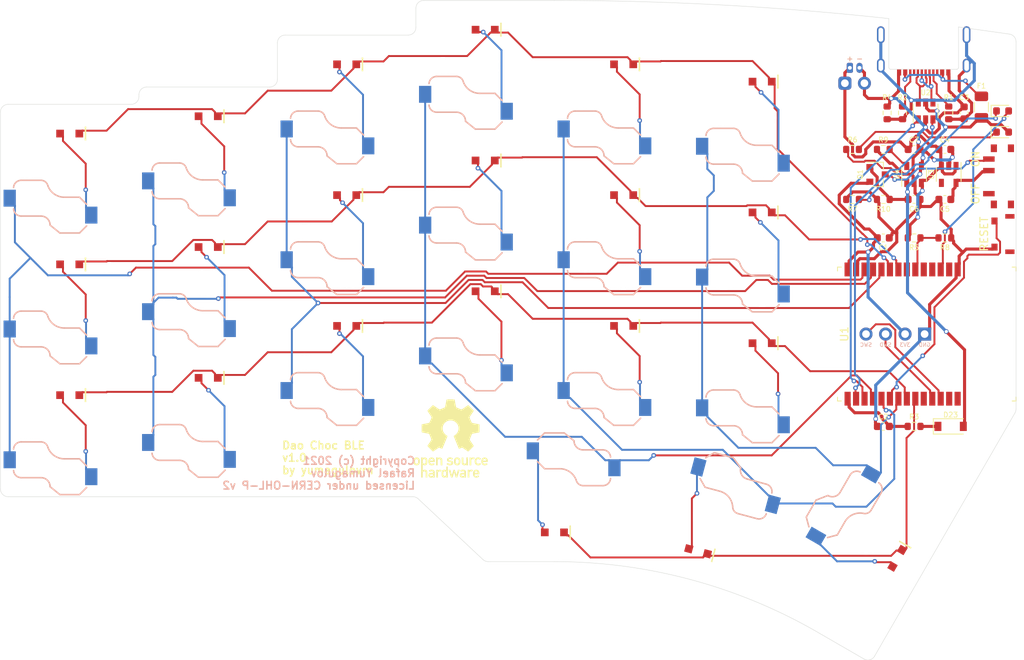
<source format=kicad_pcb>
(kicad_pcb (version 20211014) (generator pcbnew)
  (layers (0 "F.Cu" signal) (31 "B.Cu" signal) (34 "B.Paste" user) (35 "F.Paste" user) (36 "B.SilkS" user "B.Silkscreen") (37 "F.SilkS" user "F.Silkscreen") (38 "B.Mask" user) (39 "F.Mask" user) (44 "Edge.Cuts" user))
  (net 0 "")
  (net 1 "Net-(D1-Pad2)")
  (net 2 "ROW0")
  (net 3 "Net-(D2-Pad2)")
  (net 4 "Net-(D3-Pad2)")
  (net 5 "Net-(D4-Pad2)")
  (net 6 "Net-(D5-Pad2)")
  (net 7 "Net-(D6-Pad2)")
  (net 8 "Net-(D7-Pad2)")
  (net 9 "ROW1")
  (net 10 "Net-(D8-Pad2)")
  (net 11 "Net-(D9-Pad2)")
  (net 12 "Net-(D10-Pad2)")
  (net 13 "Net-(D11-Pad2)")
  (net 14 "Net-(D12-Pad2)")
  (net 15 "Net-(D13-Pad2)")
  (net 16 "ROW2")
  (net 17 "Net-(D14-Pad2)")
  (net 18 "Net-(D15-Pad2)")
  (net 19 "Net-(D16-Pad2)")
  (net 20 "Net-(D17-Pad2)")
  (net 21 "Net-(D18-Pad2)")
  (net 22 "ROW3")
  (net 23 "Net-(D20-Pad2)")
  (net 24 "Net-(D21-Pad2)")
  (net 25 "Net-(D22-Pad2)")
  (net 26 "COL0")
  (net 27 "COL1")
  (net 28 "COL2")
  (net 29 "COL3")
  (net 30 "COL4")
  (net 31 "COL5")
  (net 41 "Net-(J1-PadA5)")
  (net 42 "Net-(J1-PadB5)")
  (net 43 "VBAT")
  (net 44 "GND")
  (net 45 "+3V3")
  (net 46 "Net-(C2-Pad1)")
  (net 47 "GNDS")
  (net 48 "VBUS")
  (net 49 "REGBAT")
  (net 50 "Net-(D23-Pad1)")
  (net 51 "Net-(D24-Pad1)")
  (net 52 "BT_LED")
  (net 53 "Net-(F1-Pad2)")
  (net 54 "DBUS+")
  (net 55 "DBUS-")
  (net 56 "SWCLK")
  (net 57 "SWDIO")
  (net 58 "Net-(Q1-Pad3)")
  (net 59 "VSENSE")
  (net 60 "Net-(R9-Pad1)")
  (net 61 "RESET")
  (net 62 "D-")
  (net 63 "D+")
  (net 64 "Net-(R6-Pad1)")
  (net 66 "Net-(D25-Pad1)")
  (footprint "dao-choc-ble:D_SOD-323" (layer "F.Cu") (at 9 3.8 180)
    (fp_text reference "D1" hide)
    (fp_text value "1N4148WS")
  )
  (footprint "dao-choc-ble:D_SOD-323" (layer "F.Cu") (at 27 1.55 180)
    (fp_text reference "D2" hide)
    (fp_text value "1N4148WS")
  )
  (footprint "dao-choc-ble:D_SOD-323" (layer "F.Cu") (at 45 -5.2 180)
    (fp_text reference "D3" hide)
    (fp_text value "1N4148WS")
  )
  (footprint "dao-choc-ble:D_SOD-323" (layer "F.Cu") (at 63 -9.7 180)
    (fp_text reference "D4" hide)
    (fp_text value "1N4148WS")
  )
  (footprint "dao-choc-ble:D_SOD-323" (layer "F.Cu") (at 81 -5.2 180)
    (fp_text reference "D5" hide)
    (fp_text value "1N4148WS")
  )
  (footprint "dao-choc-ble:D_SOD-323" (layer "F.Cu") (at 99 -2.95 180)
    (fp_text reference "D6" hide)
    (fp_text value "1N4148WS")
  )
  (footprint "dao-choc-ble:D_SOD-323" (layer "F.Cu") (at 9 20.8 180)
    (fp_text reference "D7" hide)
    (fp_text value "1N4148WS")
  )
  (footprint "dao-choc-ble:D_SOD-323" (layer "F.Cu") (at 27 18.55 180)
    (fp_text reference "D8" hide)
    (fp_text value "1N4148WS")
  )
  (footprint "dao-choc-ble:D_SOD-323" (layer "F.Cu") (at 45 11.8 180)
    (fp_text reference "D9" hide)
    (fp_text value "1N4148WS")
  )
  (footprint "dao-choc-ble:D_SOD-323" (layer "F.Cu") (at 63 7.3 180)
    (fp_text reference "D10" hide)
    (fp_text value "1N4148WS")
  )
  (footprint "dao-choc-ble:D_SOD-323" (layer "F.Cu") (at 81 11.8 180)
    (fp_text reference "D11" hide)
    (fp_text value "1N4148WS")
  )
  (footprint "dao-choc-ble:D_SOD-323" (layer "F.Cu") (at 99 14.05 180)
    (fp_text reference "D12" hide)
    (fp_text value "1N4148WS")
  )
  (footprint "dao-choc-ble:D_SOD-323" (layer "F.Cu") (at 9 37.8 180)
    (fp_text reference "D13" hide)
    (fp_text value "1N4148WS")
  )
  (footprint "dao-choc-ble:D_SOD-323" (layer "F.Cu") (at 27 35.55 180)
    (fp_text reference "D14" hide)
    (fp_text value "1N4148WS")
  )
  (footprint "dao-choc-ble:D_SOD-323" (layer "F.Cu") (at 45 28.8 180)
    (fp_text reference "D15" hide)
    (fp_text value "1N4148WS")
  )
  (footprint "dao-choc-ble:D_SOD-323" (layer "F.Cu") (at 63 24.3 180)
    (fp_text reference "D16" hide)
    (fp_text value "1N4148WS")
  )
  (footprint "dao-choc-ble:D_SOD-323" (layer "F.Cu") (at 81 28.8 180)
    (fp_text reference "D17" hide)
    (fp_text value "1N4148WS")
  )
  (footprint "dao-choc-ble:D_SOD-323" (layer "F.Cu") (at 99 31.05 180)
    (fp_text reference "D18" hide)
    (fp_text value "1N4148WS")
  )
  (footprint "dao-choc-ble:D_SOD-323" (layer "F.Cu") (at 72 55.6382 180)
    (fp_text reference "D20" hide)
    (fp_text value "1N4148WS")
  )
  (footprint "dao-choc-ble:D_SOD-323" (layer "F.Cu") (at 90.6768 58.097 165)
    (fp_text reference "D21" hide)
    (fp_text value "1N4148WS")
  )
  (footprint "dao-choc-ble:D_SOD-323" (layer "F.Cu") (at 116.568 59.0056 -120)
    (fp_text reference "D22" hide)
    (fp_text value "1N4148WS")
  )
  (footprint "dao-choc-ble:Kailh_PG1350_hotswap" (layer "F.Cu") (at 9 8.5)
    (fp_text reference "K1")
    (fp_text value "KEY_SWITCH" hide)
  )
  (footprint "dao-choc-ble:Kailh_PG1350_hotswap" (layer "F.Cu") (at 27 6.25)
    (fp_text reference "K2")
    (fp_text value "KEY_SWITCH" hide)
  )
  (footprint "dao-choc-ble:Kailh_PG1350_hotswap" (layer "F.Cu") (at 45 -0.5)
    (fp_text reference "K3")
    (fp_text value "KEY_SWITCH" hide)
  )
  (footprint "dao-choc-ble:Kailh_PG1350_hotswap" (layer "F.Cu") (at 63 -5)
    (fp_text reference "K4")
    (fp_text value "KEY_SWITCH" hide)
  )
  (footprint "dao-choc-ble:Kailh_PG1350_hotswap" (layer "F.Cu") (at 81 -0.5)
    (fp_text reference "K5")
    (fp_text value "KEY_SWITCH" hide)
  )
  (footprint "dao-choc-ble:Kailh_PG1350_hotswap" (layer "F.Cu") (at 99 1.75)
    (fp_text reference "K6")
    (fp_text value "KEY_SWITCH" hide)
  )
  (footprint "dao-choc-ble:Kailh_PG1350_hotswap" (layer "F.Cu") (at 9 25.5)
    (fp_text reference "K7")
    (fp_text value "KEY_SWITCH" hide)
  )
  (footprint "dao-choc-ble:Kailh_PG1350_hotswap" (layer "F.Cu") (at 27 23.25)
    (fp_text reference "K8")
    (fp_text value "KEY_SWITCH" hide)
  )
  (footprint "dao-choc-ble:Kailh_PG1350_hotswap" (layer "F.Cu") (at 45 16.5)
    (fp_text reference "K9")
    (fp_text value "KEY_SWITCH" hide)
  )
  (footprint "dao-choc-ble:Kailh_PG1350_hotswap" (layer "F.Cu") (at 63 12)
    (fp_text reference "K10")
    (fp_text value "KEY_SWITCH" hide)
  )
  (footprint "dao-choc-ble:Kailh_PG1350_hotswap" (layer "F.Cu") (at 81 16.5)
    (fp_text reference "K11")
    (fp_text value "KEY_SWITCH" hide)
  )
  (footprint "dao-choc-ble:Kailh_PG1350_hotswap" (layer "F.Cu") (at 99 18.75)
    (fp_text reference "K12")
    (fp_text value "KEY_SWITCH" hide)
  )
  (footprint "dao-choc-ble:Kailh_PG1350_hotswap" (layer "F.Cu") (at 9 42.5)
    (fp_text reference "K13")
    (fp_text value "KEY_SWITCH" hide)
  )
  (footprint "dao-choc-ble:Kailh_PG1350_hotswap" (layer "F.Cu") (at 27 40.25)
    (fp_text reference "K14")
    (fp_text value "KEY_SWITCH" hide)
  )
  (footprint "dao-choc-ble:Kailh_PG1350_hotswap" (layer "F.Cu") (at 45 33.5)
    (fp_text reference "K15")
    (fp_text value "KEY_SWITCH" hide)
  )
  (footprint "dao-choc-ble:Kailh_PG1350_hotswap" (layer "F.Cu") (at 63 29)
    (fp_text reference "K16")
    (fp_text value "KEY_SWITCH" hide)
  )
  (footprint "dao-choc-ble:Kailh_PG1350_hotswap" (layer "F.Cu") (at 81 33.5)
    (fp_text reference "K17")
    (fp_text value "KEY_SWITCH" hide)
  )
  (footprint "dao-choc-ble:Kailh_PG1350_hotswap" (layer "F.Cu") (at 99 35.75)
    (fp_text reference "K18")
    (fp_text value "KEY_SWITCH" hide)
  )
  (footprint "dao-choc-ble:Kailh_PG1350_hotswap" (layer "F.Cu") (at 72 50.9382 180)
    (fp_text reference "K20")
    (fp_text value "KEY_SWITCH" hide)
  )
  (footprint "dao-choc-ble:Kailh_PG1350_hotswap" (layer "F.Cu") (at 91.8933 53.5572 165)
    (fp_text reference "K21")
    (fp_text value "KEY_SWITCH" hide)
  )
  (footprint "dao-choc-ble:Kailh_PG1350_hotswap" (layer "F.Cu") (at 112.498 56.6556 -120)
    (fp_text reference "K22")
    (fp_text value "KEY_SWITCH" hide)
  )
  (footprint "dao-choc-ble:MINEW_MS88SF2" (layer "F.Cu") (at 132 29.8614 -90)
    (fp_text reference "U1")
    (fp_text value "MS88SF2")
  )
  (footprint "dao-choc-ble:Hole_4.2mm" (layer "F.Cu") (at 17.707 17)
    (fp_text reference "H1" hide)
    (fp_text value "MountingHole 4.2mm" hide)
  )
  (footprint "dao-choc-ble:Hole_4.2mm" (layer "F.Cu") (at 90.293 10.25)
    (fp_text reference "H2" hide)
    (fp_text value "MountingHole 4.2mm" hide)
  )
  (footprint "dao-choc-ble:Hole_4.2mm" (layer "F.Cu") (at 17.707 34)
    (fp_text reference "H3" hide)
    (fp_text value "MountingHole 4.2mm" hide)
  )
  (footprint "dao-choc-ble:Hole_4.2mm" (layer "F.Cu") (at 70.0309 39.9691)
    (fp_text reference "H4" hide)
    (fp_text value "MountingHole 4.2mm" hide)
  )
  (footprint "dao-choc-ble:Hole_4.2mm" (layer "F.Cu") (at 104.958 47.0715)
    (fp_text reference "H5" hide)
    (fp_text value "MountingHole 4.2mm" hide)
  )
  (footprint "dao-choc-ble:Hole_2.2mm" (layer "F.Cu") (at 111.1 -8.4803)
    (fp_text reference "H6" hide)
    (fp_text value "MountingHole 2.2mm" hide)
  )
  (footprint "dao-choc-ble:Hole_2.2mm" (layer "F.Cu") (at 128.9 -6.3236)
    (fp_text reference "H7" hide)
    (fp_text value "MountingHole 2.2mm" hide)
  )
  (footprint "dao-choc-ble:Hole_2.2mm" (layer "F.Cu") (at 125.474 44.9795)
    (fp_text reference "H8" hide)
    (fp_text value "MountingHole 2.2mm" hide)
  )
  (footprint "Capacitor_SMD:C_0603_1608Metric" (layer "F.Cu") (at 114.75 17.3614)
    (fp_text reference "C1")
    (fp_text value "10uF")
  )
  (footprint "Capacitor_SMD:C_0603_1608Metric" (layer "F.Cu") (at 114.75 41.8614 180)
    (fp_text reference "C2")
    (fp_text value "10uF")
  )
  (footprint "Capacitor_SMD:C_0603_1608Metric" (layer "F.Cu") (at 125.25 1.1114 -90)
    (fp_text reference "C3")
    (fp_text value "1nF")
  )
  (footprint "Capacitor_SMD:C_0603_1608Metric" (layer "F.Cu") (at 118.75 12.3614)
    (fp_text reference "C6")
    (fp_text value "4.7uF")
  )
  (footprint "Capacitor_SMD:C_0603_1608Metric" (layer "F.Cu") (at 118.75 5.8614)
    (fp_text reference "C7")
    (fp_text value "4.7uF")
  )
  (footprint "Capacitor_SMD:C_0603_1608Metric" (layer "F.Cu") (at 122.75 5.8614)
    (fp_text reference "C4")
    (fp_text value "10uF")
  )
  (footprint "Capacitor_SMD:C_0603_1608Metric" (layer "F.Cu") (at 122.75 12.3614 180)
    (fp_text reference "C5")
    (fp_text value "10uF")
  )
  (footprint "Diode_SMD:D_SOD-123" (layer "F.Cu") (at 123.5 41.8614)
    (fp_text reference "D23")
    (fp_text value "1N5819W")
  )
  (footprint "LED_SMD:LED_0603_1608Metric" (layer "F.Cu") (at 130.25 3.6114)
    (fp_text reference "D24" hide)
    (fp_text value "RED" hide)
  )
  (footprint "LED_SMD:LED_0603_1608Metric" (layer "F.Cu") (at 130.25 0.8614)
    (fp_text reference "D25" hide)
    (fp_text value "BLUE" hide)
  )
  (footprint "Resistor_SMD:R_0603_1608Metric" (layer "F.Cu") (at 118.75 41.8614 180)
    (fp_text reference "R3")
    (fp_text value "4.7")
  )
  (footprint "Resistor_SMD:R_0603_1608Metric" (layer "F.Cu") (at 118.75 17.3614)
    (fp_text reference "R5")
    (fp_text value "806k")
  )
  (footprint "Resistor_SMD:R_0603_1608Metric" (layer "F.Cu") (at 122.75 17.3614)
    (fp_text reference "R8")
    (fp_text value "2M")
  )
  (footprint "Resistor_SMD:R_0603_1608Metric" (layer "F.Cu") (at 115.25 1.1114 -90)
    (fp_text reference "R4")
    (fp_text value "1M")
  )
  (footprint "Resistor_SMD:R_0603_1608Metric" (layer "F.Cu") (at 114.75 5.8614 180)
    (fp_text reference "R9")
    (fp_text value "RPROG")
  )
  (footprint "Resistor_SMD:R_0603_1608Metric" (layer "F.Cu") (at 117.25 1.1114 90)
    (fp_text reference "R2")
    (fp_text value "5.1k")
  )
  (footprint "Resistor_SMD:R_0603_1608Metric" (layer "F.Cu") (at 114.75 12.3614)
    (fp_text reference "R10")
    (fp_text value "100k")
  )
  (footprint "dao-choc-ble:MSK-12C02" (layer "F.Cu") (at 131.5 9.3614 -90)
    (fp_text reference "SW1" hide)
    (fp_text value "ON_OFF")
  )
  (footprint "dao-choc-ble:TS-1086E" (layer "F.Cu") (at 131.5 16.8614 -90)
    (fp_text reference "SW2" hide)
    (fp_text value "RESET")
  )
  (footprint "Package_TO_SOT_SMD:SOT-23-5" (layer "F.Cu") (at 118.75 9.1114 90)
    (fp_text reference "U4")
    (fp_text value "MCP73831")
  )
  (footprint "Package_TO_SOT_SMD:SOT-23-6" (layer "F.Cu") (at 120.25 0.8614 90)
    (fp_text reference "U2")
    (fp_text value "USBLC6-2SC6")
  )
  (footprint "Package_TO_SOT_SMD:SOT-23-5" (layer "F.Cu") (at 123.25 9.1114 -90)
    (fp_text reference "U3")
    (fp_text value "XC6220")
  )
  (footprint "Fuse:Fuse_1206_3216Metric" (layer "F.Cu") (at 127.5 0.3614 90)
    (fp_text reference "F1")
    (fp_text value "500mA")
  )
  (footprint "Resistor_SMD:R_0603_1608Metric" (layer "F.Cu") (at 123.25 1.1114 90)
    (fp_text reference "R1")
    (fp_text value "5.1k")
  )
  (footprint "dao-choc-ble:Battery" (layer "F.Cu") (at 110.4 -4.7437)
    (fp_text reference "BT1" hide)
    (fp_text value "Battery_Cell")
  )
  (footprint "Package_TO_SOT_SMD:SOT-23" (layer "F.Cu") (at 114 9.1114)
    (fp_text reference "Q1")
    (fp_text value "AO3401A")
  )
  (footprint "Resistor_SMD:R_0603_1608Metric" (layer "F.Cu") (at 110.75 12.3614)
    (fp_text reference "R7")
    (fp_text value "1k")
  )
  (footprint "Resistor_SMD:R_0603_1608Metric" (layer "F.Cu") (at 110.75 5.8614)
    (fp_text reference "R6")
    (fp_text value "1k")
  )
  (footprint "dao-choc-ble:OSHW-logo" (layer "F.Cu") (at 58.5 43.4382)
    (fp_text reference "LOGO1" hide)
    (fp_text value "OSHW-logo" hide)
  )
  (footprint "dao-choc-ble:USB-C_C168688" (layer "F.Cu") (at 120 -11.1437)
    (fp_text reference "J1" hide)
    (fp_text value "USB")
  )
  (footprint "dao-choc-ble:PROG" (layer "B.Cu") (at 120.12 29.8614 90)
    (fp_text reference "J2" hide)
    (fp_text value "PROG")
  )
  (gr_arc (start 18 -1) (mid 17.707107 -0.292893) (end 17 0) (layer "Edge.Cuts") (width 0.05))
  (gr_line (start 124.524999 -4.793719) (end 124.524999 -10.055951) (layer "Edge.Cuts") (width 0.05))
  (gr_line (start 36 -3.249999) (end 36 -7.999999) (layer "Edge.Cuts") (width 0.05))
  (gr_line (start 132 -8.138602) (end 132 39.608941) (layer "Edge.Cuts") (width 0.05))
  (gr_line (start 54 -9.999999) (end 54 -12.499999) (layer "Edge.Cuts") (width 0.05))
  (gr_arc (start 53.60453 51) (mid 53.972286 51.070078) (end 54.288499 51.270489) (layer "Edge.Cuts") (width 0.05))
  (gr_line (start 55 -13.499999) (end 72 -13.499999) (layer "Edge.Cuts") (width 0.05))
  (gr_arc (start 36 -3.249999) (mid 35.707107 -2.542892) (end 35 -2.249999) (layer "Edge.Cuts") (width 0.05))
  (gr_line (start 18 -0.999999) (end 18 -1.249999) (layer "Edge.Cuts") (width 0.05))
  (gr_line (start 37 -8.999999) (end 53 -8.999999) (layer "Edge.Cuts") (width 0.05))
  (gr_arc (start 0 1) (mid 0.292893 0.292893) (end 1 0) (layer "Edge.Cuts") (width 0.05))
  (gr_line (start 62.7115 59.167663) (end 54.288499 51.270489) (layer "Edge.Cuts") (width 0.05))
  (gr_arc (start 124.524999 -4.793719) (mid 124.451776 -4.616942) (end 124.274999 -4.543719) (layer "Edge.Cuts") (width 0.05))
  (gr_arc (start 54 -12.499999) (mid 54.292893 -13.207106) (end 55 -13.499999) (layer "Edge.Cuts") (width 0.05))
  (gr_line (start 19 -2.249999) (end 35 -2.249999) (layer "Edge.Cuts") (width 0.05))
  (gr_line (start 53.60453 51) (end 0.999999 51) (layer "Edge.Cuts") (width 0.05))
  (gr_arc (start 18 -1.249999) (mid 18.292893 -1.957106) (end 19 -2.249999) (layer "Edge.Cuts") (width 0.05))
  (gr_arc (start 113.609097 71.730869) (mid 113.00189 72.196795) (end 112.243071 72.096895) (layer "Edge.Cuts") (width 0.05))
  (gr_line (start 115.724999 -4.543719) (end 124.274999 -4.543719) (layer "Edge.Cuts") (width 0.05))
  (gr_arc (start 71.999999 -13.5) (mid 93.769402 -12.910498) (end 115.474999 -11.143719) (layer "Edge.Cuts") (width 0.05))
  (gr_line (start 124.524999 -10.055951) (end 131.14704 -9.127732) (layer "Edge.Cuts") (width 0.05))
  (gr_line (start 1 0) (end 17 0) (layer "Edge.Cuts") (width 0.05))
  (gr_arc (start 115.724999 -4.543719) (mid 115.548222 -4.616942) (end 115.474999 -4.793719) (layer "Edge.Cuts") (width 0.05))
  (gr_line (start 0 50) (end 0 1) (layer "Edge.Cuts") (width 0.05))
  (gr_line (start 131.866025 40.108941) (end 113.609096 71.730869) (layer "Edge.Cuts") (width 0.05))
  (gr_arc (start 36 -7.999999) (mid 36.292893 -8.707106) (end 37 -8.999999) (layer "Edge.Cuts") (width 0.05))
  (gr_arc (start 0.999999 50.999999) (mid 0.292893 50.707106) (end 0 50) (layer "Edge.Cuts") (width 0.05))
  (gr_arc (start 89.693332 61.767524) (mid 97.930011 64.546234) (end 105.74788 68.346895) (layer "Edge.Cuts") (width 0.05))
  (gr_line (start 115.474999 -11.143719) (end 115.474999 -4.793719) (layer "Edge.Cuts") (width 0.05))
  (gr_arc (start 54 -9.999999) (mid 53.707107 -9.292892) (end 53 -8.999999) (layer "Edge.Cuts") (width 0.05))
  (gr_line (start 112.243071 72.096895) (end 105.74788 68.346895) (layer "Edge.Cuts") (width 0.05))
  (gr_arc (start 132 39.608941) (mid 131.965926 39.86776) (end 131.866025 40.108941) (layer "Edge.Cuts") (width 0.05))
  (gr_arc (start 71.999999 59.438151) (mid 80.923003 60.022996) (end 89.693332 61.767523) (layer "Edge.Cuts") (width 0.05))
  (gr_arc (start 131.14704 -9.127732) (mid 131.757311 -8.791656) (end 132 -8.138602) (layer "Edge.Cuts") (width 0.05))
  (gr_arc (start 63.395469 59.438152) (mid 63.027713 59.368074) (end 62.7115 59.167663) (layer "Edge.Cuts") (width 0.05))
  (gr_line (start 72 59.438152) (end 63.395469 59.438152) (layer "Edge.Cuts") (width 0.05))
  (gr_text "Copyright (c) 2021\nRafael Yumagulov\nLicensed under CERN-OHL-P v2" (at 54 47.9382) (layer "B.SilkS") (effects (font (size 1 1) (thickness 0.2)) (justify left mirror)))
  (gr_text "Dao Choc BLE\nv1.0\nby yumagulovrn" (at 36.5 45.9382) (layer "F.SilkS") (effects (font (size 1 1) (thickness 0.2)) (justify left)))
  (segment (start 7.75 3.8) (end 8.125 4.175) (width 0.25) (layer "F.Cu") (net 1))
  (segment (start 8.125 4.7605) (end 11.0833 7.7188) (width 0.25) (layer "F.Cu") (net 1))
  (segment (start 11.0833 7.7188) (end 11.0833 11.1093) (width 0.25) (layer "F.Cu") (net 1))
  (segment (start 8.125 4.3) (end 8.125 4.7605) (width 0.25) (layer "F.Cu") (net 1))
  (segment (start 8.125 4.175) (end 8.125 4.3) (width 0.25) (layer "F.Cu") (net 1))
  (via (at 11.0833 11.1093) (size 0.6) (drill 0.3) (layers "F.Cu" "B.Cu") (net 1))
  (segment (start 11.125 13.3) (end 11.125 13.425) (width 0.25) (layer "B.Cu") (net 1))
  (segment (start 11.125 13.425) (end 11.8 14.4) (width 0.25) (layer "B.Cu") (net 1))
  (segment (start 11.0833 11.1093) (end 11.125 11.151) (width 0.25) (layer "B.Cu") (net 1))
  (segment (start 11.125 11.151) (end 11.125 13.3) (width 0.25) (layer "B.Cu") (net 1))
  (segment (start 63.475 -9.0932) (end 63.475 -9.1018) (width 0.25) (layer "F.Cu") (net 2))
  (segment (start 63.475 -9.1018) (end 63.6982 -9.325) (width 0.25) (layer "F.Cu") (net 2))
  (segment (start 45.875 -4.7) (end 45.875 -4.825) (width 0.25) (layer "F.Cu") (net 2))
  (segment (start 46.625 -5.575) (end 46.75 -5.575) (width 0.25) (layer "F.Cu") (net 2))
  (segment (start 60.6573 -6.2755) (end 63.475 -9.0932) (width 0.25) (layer "F.Cu") (net 2))
  (segment (start 115.335 20.6864) (end 115.61 21.4614) (width 0.25) (layer "F.Cu") (net 2))
  (segment (start 99.875 -3.325) (end 100.25 -2.95) (width 0.25) (layer "F.Cu") (net 2))
  (segment (start 100.625 -2.45) (end 100.625 0.5105) (width 0.25) (layer "F.Cu") (net 2))
  (segment (start 28.25 1.55) (end 28.625 1.175) (width 0.25) (layer "F.Cu") (net 2))
  (segment (start 85.7861 -5.575) (end 85.8366 -5.6255) (width 0.25) (layer "F.Cu") (net 2))
  (segment (start 27.5018 0.625) (end 27.875 0.9982) (width 0.25) (layer "F.Cu") (net 2))
  (segment (start 16.586 0.625) (end 27.5018 0.625) (width 0.25) (layer "F.Cu") (net 2))
  (segment (start 13.786 3.425) (end 16.586 0.625) (width 0.25) (layer "F.Cu") (net 2))
  (segment (start 45.875 -4.6482) (end 45.875 -4.7) (width 0.25) (layer "F.Cu") (net 2))
  (segment (start 63.6982 -9.325) (end 63.75 -9.325) (width 0.25) (layer "F.Cu") (net 2))
  (segment (start 101.0255 0.911) (end 101.0255 5.8107) (width 0.25) (layer "F.Cu") (net 2))
  (segment (start 34.7365 -1.7755) (end 43.0023 -1.7755) (width 0.25) (layer "F.Cu") (net 2))
  (segment (start 99.875 -3.5018) (end 99.875 -3.45) (width 0.25) (layer "F.Cu") (net 2))
  (segment (start 50.4866 -6.2755) (end 60.6573 -6.2755) (width 0.25) (layer "F.Cu") (net 2))
  (segment (start 28.75 1.175) (end 31.786 1.175) (width 0.25) (layer "F.Cu") (net 2))
  (segment (start 100.625 -2.575) (end 100.625 -2.45) (width 0.25) (layer "F.Cu") (net 2))
  (segment (start 81.875 -5.575) (end 82.25 -5.2) (width 0.25) (layer "F.Cu") (net 2))
  (segment (start 114.8961 19.9465) (end 115.335 20.3854) (width 0.25) (layer "F.Cu") (net 2))
  (segment (start 27.875 1.175) (end 28.25 1.55) (width 0.25) (layer "F.Cu") (net 2))
  (segment (start 63.875 -9.325) (end 64.25 -9.7) (width 0.25) (layer "F.Cu") (net 2))
  (segment (start 112.6741 17.4233) (end 112.6741 18.233) (width 0.25) (layer "F.Cu") (net 2))
  (segment (start 10.75 3.425) (end 13.786 3.425) (width 0.25) (layer "F.Cu") (net 2))
  (segment (start 43.0023 -1.7755) (end 45.875 -4.6482) (width 0.25) (layer "F.Cu") (net 2))
  (segment (start 115.335 20.5614) (end 115.335 20.6864) (width 0.25) (layer "F.Cu") (net 2))
  (segment (start 49.7861 -5.575) (end 50.4866 -6.2755) (width 0.25) (layer "F.Cu") (net 2))
  (segment (start 27.875 1.05) (end 27.875 1.175) (width 0.25) (layer "F.Cu") (net 2))
  (segment (start 64.25 -9.7) (end 64.625 -9.325) (width 0.25) (layer "F.Cu") (net 2))
  (segment (start 28.625 1.175) (end 28.75 1.175) (width 0.25) (layer "F.Cu") (net 2))
  (segment (start 115.335 20.3854) (end 115.335 20.5614) (width 0.25) (layer "F.Cu") (net 2))
  (segment (start 100.25 -2.95) (end 100.625 -2.575) (width 0.25) (layer "F.Cu") (net 2))
  (segment (start 114.8286 19.9465) (end 114.8961 19.9465) (width 0.25) (layer "F.Cu") (net 2))
  (segment (start 101.0255 5.8107) (end 112.054 16.8392) (width 0.25) (layer "F.Cu") (net 2))
  (segment (start 97.7513 -5.6255) (end 99.875 -3.5018) (width 0.25) (layer "F.Cu") (net 2))
  (segment (start 100.625 0.5105) (end 101.0255 0.911) (width 0.25) (layer "F.Cu") (net 2))
  (segment (start 112.09 16.8392) (end 112.6741 17.4233) (width 0.25) (layer "F.Cu") (net 2))
  (segment (start 81.5018 -6.125) (end 81.875 -5.7518) (width 0.25) (layer "F.Cu") (net 2))
  (segment (start 64.75 -9.325) (end 65.9788 -9.325) (width 0.25) (layer "F.Cu") (net 2))
  (segment (start 27.875 0.9982) (end 27.875 1.05) (width 0.25) (layer "F.Cu") (net 2))
  (segment (start 85.8366 -5.6255) (end 97.7513 -5.6255) (width 0.25) (layer "F.Cu") (net 2))
  (segment (start 81.875 -5.7518) (end 81.875 -5.7) (width 0.25) (layer "F.Cu") (net 2))
  (segment (start 64.625 -9.325) (end 64.75 -9.325) (width 0.25) (layer "F.Cu") (net 2))
  (segment (start 82.75 -5.575) (end 85.7861 -5.575) (width 0.25) (layer "F.Cu") (net 2))
  (segment (start 65.9788 -9.325) (end 69.1788 -6.125) (width 0.25) (layer "F.Cu") (net 2))
  (segment (start 46.75 -5.575) (end 49.7861 -5.575) (width 0.25) (layer "F.Cu") (net 2))
  (segment (start 82.25 -5.2) (end 82.625 -5.575) (width 0.25) (layer "F.Cu") (net 2))
  (segment (start 82.625 -5.575) (end 82.75 -5.575) (width 0.25) (layer "F.Cu") (net 2))
  (segment (start 10.25 3.8) (end 10.625 3.425) (width 0.25) (layer "F.Cu") (net 2))
  (segment (start 63.75 -9.325) (end 63.875 -9.325) (width 0.25) (layer "F.Cu") (net 2))
  (segment (start 69.1788 -6.125) (end 81.5018 -6.125) (width 0.25) (layer "F.Cu") (net 2))
  (segment (start 10.625 3.425) (end 10.75 3.425) (width 0.25) (layer "F.Cu") (net 2))
  (segment (start 81.875 -5.7) (end 81.875 -5.575) (width 0.25) (layer "F.Cu") (net 2))
  (segment (start 31.786 1.175) (end 34.7365 -1.7755) (width 0.25) (layer "F.Cu") (net 2))
  (segment (start 45.875 -4.825) (end 46.25 -5.2) (width 0.25) (layer "F.Cu") (net 2))
  (segment (start 112.054 16.8392) (end 112.09 16.8392) (width 0.25) (layer "F.Cu") (net 2))
  (segment (start 99.875 -3.45) (end 99.875 -3.325) (width 0.25) (layer "F.Cu") (net 2))
  (segment (start 46.25 -5.2) (end 46.625 -5.575) (width 0.25) (layer "F.Cu") (net 2))
  (via (at 114.8286 19.9465) (size 0.6) (drill 0.3) (layers "F.Cu" "B.Cu") (net 2))
  (via (at 112.6741 18.233) (size 0.6) (drill 0.3) (layers "F.Cu" "B.Cu") (net 2))
  (segment (start 113.1151 18.233) (end 114.8286 19.9465) (width 0.25) (layer "B.Cu") (net 2))
  (segment (start 112.6741 18.233) (end 113.1151 18.233) (width 0.25) (layer "B.Cu") (net 2))
  (segment (start 26.125 1.925) (end 26.125 2.05) (width 0.25) (layer "F.Cu") (net 3))
  (segment (start 25.75 1.55) (end 26.125 1.925) (width 0.25) (layer "F.Cu") (net 3))
  (segment (start 29.0833 5.4688) (end 29.0833 8.8593) (width 0.25) (layer "F.Cu") (net 3))
  (segment (start 26.125 2.05) (end 26.125 2.5105) (width 0.25) (layer "F.Cu") (net 3))
  (segment (start 26.125 2.5105) (end 29.0833 5.4688) (width 0.25) (layer "F.Cu") (net 3))
  (via (at 29.0833 8.8593) (size 0.6) (drill 0.3) (layers "F.Cu" "B.Cu") (net 3))
  (segment (start 29.0833 8.8593) (end 29.125 8.901) (width 0.25) (layer "B.Cu") (net 3))
  (segment (start 29.125 8.901) (end 29.125 11.05) (width 0.25) (layer "B.Cu") (net 3))
  (segment (start 29.125 11.175) (end 29.8 12.15) (width 0.25) (layer "B.Cu") (net 3))
  (segment (start 29.125 11.05) (end 29.125 11.175) (width 0.25) (layer "B.Cu") (net 3))
  (segment (start 44.0626 -4.7) (end 44.0626 -4.2) (width 0.25) (layer "F.Cu") (net 4))
  (segment (start 44.0626 -4.825) (end 44.0626 -4.7) (width 0.25) (layer "F.Cu") (net 4))
  (segment (start 43.75 -5.2) (end 44.0626 -4.825) (width 0.25) (layer "F.Cu") (net 4))
  (via (at 44.0626 -4.2) (size 0.6) (drill 0.3) (layers "F.Cu" "B.Cu") (net 4))
  (segment (start 47.125 4.425) (end 47.8 5.4) (width 0.25) (layer "B.Cu") (net 4))
  (segment (start 44.0626 -4.2) (end 44.1644 -4.2) (width 0.25) (layer "B.Cu") (net 4))
  (segment (start 47.125 -1.2394) (end 47.125 4.3) (width 0.25) (layer "B.Cu") (net 4))
  (segment (start 47.125 4.3) (end 47.125 4.425) (width 0.25) (layer "B.Cu") (net 4))
  (segment (start 44.1644 -4.2) (end 47.125 -1.2394) (width 0.25) (layer "B.Cu") (net 4))
  (segment (start 62.25 -9.3935) (end 62.75 -9.3935) (width 0.25) (layer "F.Cu") (net 5))
  (segment (start 61.75 -9.7) (end 62.125 -9.3935) (width 0.25) (layer "F.Cu") (net 5))
  (segment (start 62.125 -9.3935) (end 62.25 -9.3935) (width 0.25) (layer "F.Cu") (net 5))
  (via (at 62.75 -9.3935) (size 0.6) (drill 0.3) (layers "F.Cu" "B.Cu") (net 5))
  (segment (start 65.125 -0.2) (end 65.125 -0.075) (width 0.25) (layer "B.Cu") (net 5))
  (segment (start 62.75 -9.3935) (end 65.125 -7.0185) (width 0.25) (layer "B.Cu") (net 5))
  (segment (start 65.125 -7.0185) (end 65.125 -0.2) (width 0.25) (layer "B.Cu") (net 5))
  (segment (start 65.125 -0.075) (end 65.8 0.9) (width 0.25) (layer "B.Cu") (net 5))
  (segment (start 79.75 -5.2) (end 80.125 -4.825) (width 0.25) (layer "F.Cu") (net 6))
  (segment (start 83.0832 -1.2812) (end 83.0832 2.1094) (width 0.25) (layer "F.Cu") (net 6))
  (segment (start 80.125 -4.7) (end 80.125 -4.2394) (width 0.25) (layer "F.Cu") (net 6))
  (segment (start 80.125 -4.2394) (end 83.0832 -1.2812) (width 0.25) (layer "F.Cu") (net 6))
  (segment (start 80.125 -4.825) (end 80.125 -4.7) (width 0.25) (layer "F.Cu") (net 6))
  (via (at 83.0832 2.1094) (size 0.6) (drill 0.3) (layers "F.Cu" "B.Cu") (net 6))
  (segment (start 83.0832 2.1094) (end 83.125 2.1512) (width 0.25) (layer "B.Cu") (net 6))
  (segment (start 83.125 2.1512) (end 83.125 4.3) (width 0.25) (layer "B.Cu") (net 6))
  (segment (start 83.125 4.3) (end 83.125 4.425) (width 0.25) (layer "B.Cu") (net 6))
  (segment (start 83.125 4.425) (end 83.8 5.4) (width 0.25) (layer "B.Cu") (net 6))
  (segment (start 98.125 -2.2845) (end 98.8578 -1.5517) (width 0.25) (layer "F.Cu") (net 7))
  (segment (start 97.75 -2.95) (end 98.125 -2.575) (width 0.25) (layer "F.Cu") (net 7))
  (segment (start 98.125 -2.575) (end 98.125 -2.45) (width 0.25) (layer "F.Cu") (net 7))
  (segment (start 98.125 -2.45) (end 98.125 -2.2845) (width 0.25) (layer "F.Cu") (net 7))
  (via (at 98.8578 -1.5517) (size 0.6) (drill 0.3) (layers "F.Cu" "B.Cu") (net 7))
  (segment (start 98.8578 -1.5517) (end 101.125 0.7155) (width 0.25) (layer "B.Cu") (net 7))
  (segment (start 101.125 6.55) (end 101.125 6.675) (width 0.25) (layer "B.Cu") (net 7))
  (segment (start 101.125 6.675) (end 101.8 7.65) (width 0.25) (layer "B.Cu") (net 7))
  (segment (start 101.125 0.7155) (end 101.125 6.55) (width 0.25) (layer "B.Cu") (net 7))
  (segment (start 8.125 21.3) (end 8.125 21.7605) (width 0.25) (layer "F.Cu") (net 8))
  (segment (start 8.125 21.175) (end 8.125 21.3) (width 0.25) (layer "F.Cu") (net 8))
  (segment (start 11.0833 24.7188) (end 11.0833 28.1093) (width 0.25) (layer "F.Cu") (net 8))
  (segment (start 7.75 20.8) (end 8.125 21.175) (width 0.25) (layer "F.Cu") (net 8))
  (segment (start 8.125 21.7605) (end 11.0833 24.7188) (width 0.25) (layer "F.Cu") (net 8))
  (via (at 11.0833 28.1093) (size 0.6) (drill 0.3) (layers "F.Cu" "B.Cu") (net 8))
  (segment (start 11.125 30.3) (end 11.125 30.425) (width 0.25) (layer "B.Cu") (net 8))
  (segment (start 11.0833 28.1093) (end 11.125 28.151) (width 0.25) (layer "B.Cu") (net 8))
  (segment (start 11.125 30.425) (end 11.8 31.4) (width 0.25) (layer "B.Cu") (net 8))
  (segment (start 11.125 28.151) (end 11.125 30.3) (width 0.25) (layer "B.Cu") (net 8))
  (segment (start 81.875 11.2482) (end 81.875 11.3) (width 0.25) (layer "F.Cu") (net 9))
  (segment (start 67.8365 6.8745) (end 77.5013 6.8745) (width 0.25) (layer "F.Cu") (net 9))
  (segment (start 82.25 11.8) (end 82.625 12.175) (width 0.25) (layer "F.Cu") (net 9))
  (segment (start 64.25 7.3) (end 64.625 6.925) (width 0.25) (layer "F.Cu") (net 9))
  (segment (start 31.786 18.175) (end 34.7365 15.2245) (width 0.25) (layer "F.Cu") (net 9))
  (segment (start 28.25 18.55) (end 28.625 18.175) (width 0.25) (layer "F.Cu") (net 9))
  (segment (start 50.4865 10.7245) (end 61.0023 10.7245) (width 0.25) (layer "F.Cu") (net 9))
  (segment (start 105.118 17.5642) (end 111.7897 17.5642) (width 0.25) (layer "F.Cu") (net 9))
  (segment (start 81.875 11.425) (end 82.25 11.8) (width 0.25) (layer "F.Cu") (net 9))
  (segment (start 27.875 18.175) (end 28.25 18.55) (width 0.25) (layer "F.Cu") (net 9))
  (segment (start 63.875 7.8518) (end 63.875 7.8) (width 0.25) (layer "F.Cu") (net 9))
  (segment (start 99.5018 13.125) (end 99.875 13.4982) (width 0.25) (layer "F.Cu") (net 9))
  (segment (start 27.5018 17.625) (end 27.875 17.9982) (width 0.25) (layer "F.Cu") (net 9))
  (segment (start 45.875 12.175) (end 46.25 11.8) (width 0.25) (layer "F.Cu") (net 9))
  (segment (start 63.875 7.675) (end 64.25 7.3) (width 0.25) (layer "F.Cu") (net 9))
  (segment (start 116.1068 19.9614) (end 116.435 20.2896) (width 0.25) (layer "F.Cu") (net 9))
  (segment (start 10.625 20.425) (end 10.75 20.425) (width 0.25) (layer "F.Cu") (net 9))
  (segment (start 82.75 12.175) (end 82.8018 12.175) (width 0.25) (layer "F.Cu") (net 9))
  (segment (start 67.786 6.925) (end 67.8365 6.8745) (width 0.25) (layer "F.Cu") (net 9))
  (segment (start 116.435 20.2896) (end 116.435 20.5614) (width 0.25) (layer "F.Cu") (net 9))
  (segment (start 49.786 11.425) (end 50.4865 10.7245) (width 0.25) (layer "F.Cu") (net 9))
  (segment (start 101.9788 14.425) (end 105.118 17.5642) (width 0.25) (layer "F.Cu") (net 9))
  (segment (start 25.074 17.625) (end 27.5018 17.625) (width 0.25) (layer "F.Cu") (net 9))
  (segment (start 96.9735 13.2255) (end 97.074 13.125) (width 0.25) (layer "F.Cu") (net 9))
  (segment (start 99.875 13.55) (end 99.875 13.675) (width 0.25) (layer "F.Cu") (net 9))
  (segment (start 82.625 12.175) (end 82.75 12.175) (width 0.25) (layer "F.Cu") (net 9))
  (segment (start 100.625 14.425) (end 100.75 14.425) (width 0.25) (layer "F.Cu") (net 9))
  (segment (start 116.435 20.6864) (end 116.71 21.4614) (width 0.25) (layer "F.Cu") (net 9))
  (segment (start 61.0023 10.7245) (end 63.875 7.8518) (width 0.25) (layer "F.Cu") (net 9))
  (segment (start 28.75 18.175) (end 31.786 18.175) (width 0.25) (layer "F.Cu") (net 9))
  (segment (start 64.625 6.925) (end 64.75 6.925) (width 0.25) (layer "F.Cu") (net 9))
  (segment (start 99.875 13.675) (end 100.25 14.05) (width 0.25) (layer "F.Cu") (net 9))
  (segment (start 43.058 15.2245) (end 45.875 12.4075) (width 0.25) (layer "F.Cu") (net 9))
  (segment (start 82.8018 12.175) (end 83.8523 13.2255) (width 0.25) (layer "F.Cu") (net 9))
  (segment (start 97.074 13.125) (end 99.5018 13.125) (width 0.25) (layer "F.Cu") (net 9))
  (segment (start 63.875 7.8) (end 63.875 7.675) (width 0.25) (layer "F.Cu") (net 9))
  (segment (start 45.875 12.4075) (end 45.875 12.3) (width 0.25) (layer "F.Cu") (net 9))
  (segment (start 64.75 6.925) (end 67.786 6.925) (width 0.25) (layer "F.Cu") (net 9))
  (segment (start 100.75 14.425) (end 101.9788 14.425) (width 0.25) (layer "F.Cu") (net 9))
  (segment (start 27.875 17.9982) (end 27.875 18.05) (width 0.25) (layer "F.Cu") (net 9))
  (segment (start 99.875 13.4982) (end 99.875 13.55) (width 0.25) (layer "F.Cu") (net 9))
  (segment (start 46.75 11.425) (end 49.786 11.425) (width 0.25) (layer "F.Cu") (net 9))
  (segment (start 27.875 18.05) (end 27.875 18.175) (width 0.25) (layer "F.Cu") (net 9))
  (segment (start 28.625 18.175) (end 28.75 18.175) (width 0.25) (layer "F.Cu") (net 9))
  (segment (start 83.8523 13.2255) (end 96.9735 13.2255) (width 0.25) (layer "F.Cu") (net 9))
  (segment (start 100.25 14.05) (end 100.625 14.425) (width 0.25) (layer "F.Cu") (net 9))
  (segment (start 10.75 20.425) (end 13.786 20.425) (width 0.25) (layer "F.Cu") (net 9))
  (segment (start 34.7365 15.2245) (end 43.058 15.2245) (width 0.25) (layer "F.Cu") (net 9))
  (segment (start 45.875 12.3) (end 45.875 12.175) (width 0.25) (layer "F.Cu") (net 9))
  (segment (start 46.25 11.8) (end 46.625 11.425) (width 0.25) (layer "F.Cu") (net 9))
  (segment (start 22.3245 20.3745) (end 25.074 17.625) (width 0.25) (layer "F.Cu") (net 9))
  (segment (start 13.8365 20.3745) (end 22.3245 20.3745) (width 0.25) (layer "F.Cu") (net 9))
  (segment (start 46.625 11.425) (end 46.75 11.425) (width 0.25) (layer "F.Cu") (net 9))
  (segment (start 116.435 20.5614) (end 116.435 20.6864) (width 0.25) (layer "F.Cu") (net 9))
  (segment (start 81.875 11.3) (end 81.875 11.425) (width 0.25) (layer "F.Cu") (net 9))
  (segment (start 77.5013 6.8745) (end 81.875 11.2482) (width 0.25) (layer "F.Cu") (net 9))
  (segment (start 13.786 20.425) (end 13.8365 20.3745) (width 0.25) (layer "F.Cu") (net 9))
  (segment (start 10.25 20.8) (end 10.625 20.425) (width 0.25) (layer "F.Cu") (net 9))
  (via (at 116.1068 19.9614) (size 0.6) (drill 0.3) (layers "F.Cu" "B.Cu") (net 9))
  (via (at 111.7897 17.5642) (size 0.6) (drill 0.3) (layers "F.Cu" "B.Cu") (net 9))
  (segment (start 111.8459 17.508) (end 113.6534 17.508) (width 0.25) (layer "B.Cu") (net 9))
  (segment (start 113.6534 17.508) (end 116.1068 19.9614) (width 0.25) (layer "B.Cu") (net 9))
  (segment (start 111.7897 17.5642) (end 111.8459 17.508) (width 0.25) (layer "B.Cu") (net 9))
  (segment (start 25.75 18.55) (end 26.125 18.925) (width 0.25) (layer "F.Cu") (net 10))
  (segment (start 26.125 18.925) (end 26.125 19.05) (width 0.25) (layer "F.Cu") (net 10))
  (segment (start 26.125 19.05) (end 26.125 19.2041) (width 0.25) (layer "F.Cu") (net 10))
  (segment (start 26.125 19.2041) (end 26.7901 19.8692) (width 0.25) (layer "F.Cu") (net 10))
  (via (at 26.7901 19.8692) (size 0.6) (drill 0.3) (layers "F.Cu" "B.Cu") (net 10))
  (segment (start 29.125 22.2041) (end 29.125 28.05) (width 0.25) (layer "B.Cu") (net 10))
  (segment (start 29.125 28.05) (end 29.125 28.175) (width 0.25) (layer "B.Cu") (net 10))
  (segment (start 26.7901 19.8692) (end 29.125 22.2041) (width 0.25) (layer "B.Cu") (net 10))
  (segment (start 29.125 28.175) (end 29.8 29.15) (width 0.25) (layer "B.Cu") (net 10))
  (segment (start 43.75 11.8) (end 44.125 12.175) (width 0.25) (layer "F.Cu") (net 11))
  (segment (start 44.125 12.4534) (end 44.4644 12.7928) (width 0.25) (layer "F.Cu") (net 11))
  (segment (start 44.125 12.3) (end 44.125 12.4534) (width 0.25) (layer "F.Cu") (net 11))
  (segment (start 44.125 12.175) (end 44.125 12.3) (width 0.25) (layer "F.Cu") (net 11))
  (via (at 44.4644 12.7928) (size 0.6) (drill 0.3) (layers "F.Cu" "B.Cu") (net 11))
  (segment (start 47.125 15.4534) (end 47.125 21.3) (width 0.25) (layer "B.Cu") (net 11))
  (segment (start 44.4644 12.7928) (end 47.125 15.4534) (width 0.25) (layer "B.Cu") (net 11))
  (segment (start 47.125 21.425) (end 47.8 22.4) (width 0.25) (layer "B.Cu") (net 11))
  (segment (start 47.125 21.3) (end 47.125 21.425) (width 0.25) (layer "B.Cu") (net 11))
  (segment (start 62.0629 7.675) (end 62.0629 7.8) (width 0.25) (layer "F.Cu") (net 12))
  (segment (start 62.0629 7.8) (end 62.0629 8.3) (width 0.25) (layer "F.Cu") (net 12))
  (segment (start 61.75 7.3) (end 62.0629 7.675) (width 0.25) (layer "F.Cu") (net 12))
  (via (at 62.0629 8.3) (size 0.6) (drill 0.3) (layers "F.Cu" "B.Cu") (net 12))
  (segment (start 62.1645 8.3) (end 65.125 11.2605) (width 0.25) (layer "B.Cu") (net 12))
  (segment (start 62.0629 8.3) (end 62.1645 8.3) (width 0.25) (layer "B.Cu") (net 12))
  (segment (start 65.125 16.8) (end 65.125 16.925) (width 0.25) (layer "B.Cu") (net 12))
  (segment (start 65.125 11.2605) (end 65.125 16.8) (width 0.25) (layer "B.Cu") (net 12))
  (segment (start 65.125 16.925) (end 65.8 17.9) (width 0.25) (layer "B.Cu") (net 12))
  (segment (start 83.0833 15.7188) (end 83.0833 19.1093) (width 0.25) (layer "F.Cu") (net 13))
  (segment (start 80.125 12.7605) (end 83.0833 15.7188) (width 0.25) (layer "F.Cu") (net 13))
  (segment (start 80.125 12.175) (end 80.125 12.3) (width 0.25) (layer "F.Cu") (net 13))
  (segment (start 80.125 12.3) (end 80.125 12.7605) (width 0.25) (layer "F.Cu") (net 13))
  (segment (start 79.75 11.8) (end 80.125 12.175) (width 0.25) (layer "F.Cu") (net 13))
  (via (at 83.0833 19.1093) (size 0.6) (drill 0.3) (layers "F.Cu" "B.Cu") (net 13))
  (segment (start 83.125 19.151) (end 83.125 21.3) (width 0.25) (layer "B.Cu") (net 13))
  (segment (start 83.125 21.425) (end 83.8 22.4) (width 0.25) (layer "B.Cu") (net 13))
  (segment (start 83.0833 19.1093) (end 83.125 19.151) (width 0.25) (layer "B.Cu") (net 13))
  (segment (start 83.125 21.3) (end 83.125 21.425) (width 0.25) (layer "B.Cu") (net 13))
  (segment (start 98.125 14.6998) (end 98.771 15.3458) (width 0.25) (layer "F.Cu") (net 14))
  (segment (start 97.75 14.05) (end 98.125 14.425) (width 0.25) (layer "F.Cu") (net 14))
  (segment (start 98.125 14.425) (end 98.125 14.55) (width 0.25) (layer "F.Cu") (net 14))
  (segment (start 98.125 14.55) (end 98.125 14.6998) (width 0.25) (layer "F.Cu") (net 14))
  (via (at 98.771 15.3458) (size 0.6) (drill 0.3) (layers "F.Cu" "B.Cu") (net 14))
  (segment (start 101.125 17.6998) (end 101.125 23.55) (width 0.25) (layer "B.Cu") (net 14))
  (segment (start 101.125 23.55) (end 101.125 23.675) (width 0.25) (layer "B.Cu") (net 14))
  (segment (start 98.771 15.3458) (end 101.125 17.6998) (width 0.25) (layer "B.Cu") (net 14))
  (segment (start 101.125 23.675) (end 101.8 24.65) (width 0.25) (layer "B.Cu") (net 14))
  (segment (start 7.75 37.8) (end 8.125 38.175) (width 0.25) (layer "F.Cu") (net 15))
  (segment (start 8.125 38.3) (end 8.125 38.7605) (width 0.25) (layer "F.Cu") (net 15))
  (segment (start 11.0833 41.7188) (end 11.0833 45.1093) (width 0.25) (layer "F.Cu") (net 15))
  (segment (start 8.125 38.7605) (end 11.0833 41.7188) (width 0.25) (layer "F.Cu") (net 15))
  (segment (start 8.125 38.175) (end 8.125 38.3) (width 0.25) (layer "F.Cu") (net 15))
  (via (at 11.0833 45.1093) (size 0.6) (drill 0.3) (layers "F.Cu" "B.Cu") (net 15))
  (segment (start 11.0833 45.1093) (end 11.125 45.151) (width 0.25) (layer "B.Cu") (net 15))
  (segment (start 11.125 47.3) (end 11.125 47.425) (width 0.25) (layer "B.Cu") (net 15))
  (segment (start 11.125 47.425) (end 11.8 48.4) (width 0.25) (layer "B.Cu") (net 15))
  (segment (start 11.125 45.151) (end 11.125 47.3) (width 0.25) (layer "B.Cu") (net 15))
  (segment (start 27.875 34.9982) (end 27.875 35.05) (width 0.25) (layer "F.Cu") (net 16))
  (segment (start 22.3245 37.3745) (end 25.074 34.625) (width 0.25) (layer "F.Cu") (net 16))
  (segment (start 64.75 24.675) (end 65.9788 24.675) (width 0.25) (layer "F.Cu") (net 16))
  (segment (start 105.2402 34.6864) (end 115.4282 34.6864) (width 0.25) (layer "F.Cu") (net 16))
  (segment (start 100.625 31.425) (end 100.75 31.425) (width 0.25) (layer "F.Cu") (net 16))
  (segment (start 85.8365 28.3745) (end 97.7513 28.3745) (width 0.25) (layer "F.Cu") (net 16))
  (segment (start 81.5018 27.875) (end 81.875 28.2482) (width 0.25) (layer "F.Cu") (net 16))
  (segment (start 61.074 23.375) (end 62.426 23.375) (width 0.25) (layer "F.Cu") (net 16))
  (segment (start 99.875 30.675) (end 100.25 31.05) (width 0.25) (layer "F.Cu") (net 16))
  (segment (start 13.8365 37.3745) (end 22.3245 37.3745) (width 0.25) (layer "F.Cu") (net 16))
  (segment (start 10.25 37.8) (end 10.625 37.425) (width 0.25) (layer "F.Cu") (net 16))
  (segment (start 65.9788 24.675) (end 69.1788 27.875) (width 0.25) (layer "F.Cu") (net 16))
  (segment (start 100.25 31.05) (end 100.625 31.425) (width 0.25) (layer "F.Cu") (net 16))
  (segment (start 82.625 28.425) (end 82.75 28.425) (width 0.25) (layer "F.Cu") (net 16))
  (segment (start 46.75 28.425) (end 49.786 28.425) (width 0.25) (layer "F.Cu") (net 16))
  (segment (start 82.25 28.8) (end 82.625 28.425) (width 0.25) (layer "F.Cu") (net 16))
  (segment (start 62.426 23.375) (end 62.726 23.675) (width 0.25) (layer "F.Cu") (net 16))
  (segment (start 117.535 37.3614) (end 117.535 37.4864) (width 0.25) (layer "F.Cu") (net 16))
  (segment (start 62.726 23.675) (end 63.8018 23.675) (width 0.25) (layer "F.Cu") (net 16))
  (segment (start 34.7365 32.2245) (end 43.0023 32.2245) (width 0.25) (layer "F.Cu") (net 16))
  (segment (start 45.875 29.3518) (end 45.875 29.3) (width 0.25) (layer "F.Cu") (net 16))
  (segment (start 45.875 29.175) (end 46.25 28.8) (width 0.25) (layer "F.Cu") (net 16))
  (segment (start 101.9788 31.425) (end 105.2402 34.6864) (width 0.25) (layer "F.Cu") (net 16))
  (segment (start 81.875 28.3) (end 81.875 28.425) (width 0.25) (layer "F.Cu") (net 16))
  (segment (start 43.0023 32.2245) (end 45.875 29.3518) (width 0.25) (layer "F.Cu") (net 16))
  (segment (start 99.875 30.4982) (end 99.875 30.55) (width 0.25) (layer "F.Cu") (net 16))
  (segment (start 45.875 29.3) (end 45.875 29.175) (width 0.25) (layer "F.Cu") (net 16))
  (segment (start 85.786 28.425) (end 85.8365 28.3745) (width 0.25) (layer "F.Cu") (net 16))
  (segment (start 64.25 24.3) (end 64.625 24.675) (width 0.25) (layer "F.Cu") (net 16))
  (segment (start 63.875 23.8) (end 63.875 23.925) (width 0.25) (layer "F.Cu") (net 16))
  (segment (start 82.75 28.425) (end 85.786 28.425) (width 0.25) (layer "F.Cu") (net 16))
  (segment (start 10.625 37.425) (end 10.75 37.425) (width 0.25) (layer "F.Cu") (net 16))
  (segment (start 115.4282 34.6864) (end 117.535 36.7932) (width 0.25) (layer "F.Cu") (net 16))
  (segment (start 27.875 35.175) (end 28.25 35.55) (width 0.25) (layer "F.Cu") (net 16))
  (segment (start 117.535 37.4864) (end 117.81 38.2614) (width 0.25) (layer "F.Cu") (net 16))
  (segment (start 46.625 28.425) (end 46.75 28.425) (width 0.25) (layer "F.Cu") (net 16))
  (segment (start 13.786 37.425) (end 13.8365 37.3745) (width 0.25) (layer "F.Cu") (net 16))
  (segment (start 49.8365 28.3745) (end 56.0745 28.3745) (width 0.25) (layer "F.Cu") (net 16))
  (segment (start 28.25 35.55) (end 28.625 35.175) (width 0.25) (layer "F.Cu") (net 16))
  (segment (start 100.75 31.425) (end 101.9788 31.425) (width 0.25) (layer "F.Cu") (net 16))
  (segment (start 69.1788 27.875) (end 81.5018 27.875) (width 0.25) (layer "F.Cu") (net 16))
  (segment (start 81.875 28.2482) (end 81.875 28.3) (width 0.25) (layer "F.Cu") (net 16))
  (segment (start 63.875 23.925) (end 64.25 24.3) (width 0.25) (layer "F.Cu") (net 16))
  (segment (start 63.875 23.7482) (end 63.875 23.8) (width 0.25) (layer "F.Cu") (net 16))
  (segment (start 10.75 37.425) (end 13.786 37.425) (width 0.25) (layer "F.Cu") (net 16))
  (segment (start 56.0745 28.3745) (end 61.074 23.375) (width 0.25) (layer "F.Cu") (net 16))
  (segment (start 117.535 36.7932) (end 117.535 37.3614) (width 0.25) (layer "F.Cu") (net 16))
  (segment (start 64.625 24.675) (end 64.75 24.675) (width 0.25) (layer "F.Cu") (net 16))
  (segment (start 28.75 35.175) (end 31.786 35.175) (width 0.25) (layer "F.Cu") (net 16))
  (segment (start 49.786 28.425) (end 49.8365 28.3745) (width 0.25) (layer "F.Cu") (net 16))
  (segment (start 81.875 28.425) (end 82.25 28.8) (width 0.25) (layer "F.Cu") (net 16))
  (segment (start 99.875 30.55) (end 99.875 30.675) (width 0.25) (layer "F.Cu") (net 16))
  (segment (start 25.074 34.625) (end 27.5018 34.625) (width 0.25) (layer "F.Cu") (net 16))
  (segment (start 97.7513 28.3745) (end 99.875 30.4982) (width 0.25) (layer "F.Cu") (net 16))
  (segment (start 28.625 35.175) (end 28.75 35.175) (width 0.25) (layer "F.Cu") (net 16))
  (segment (start 46.25 28.8) (end 46.625 28.425) (width 0.25) (layer "F.Cu") (net 16))
  (segment (start 31.786 35.175) (end 34.7365 32.2245) (width 0.25) (layer "F.Cu") (net 16))
  (segment (start 63.8018 23.675) (end 63.875 23.7482) (width 0.25) (layer "F.Cu") (net 16))
  (segment (start 27.875 35.05) (end 27.875 35.175) (width 0.25) (layer "F.Cu") (net 16))
  (segment (start 27.5018 34.625) (end 27.875 34.9982) (width 0.25) (layer "F.Cu") (net 16))
  (segment (start 26.125 36.05) (end 26.125 36.243) (width 0.25) (layer "F.Cu") (net 17))
  (segment (start 26.125 35.925) (end 26.125 36.05) (width 0.25) (layer "F.Cu") (net 17))
  (segment (start 25.75 35.55) (end 26.125 35.925) (width 0.25) (layer "F.Cu") (net 17))
  (segment (start 26.125 36.243) (end 27.0404 37.1584) (width 0.25) (layer "F.Cu") (net 17))
  (via (at 27.0404 37.1584) (size 0.6) (drill 0.3) (layers "F.Cu" "B.Cu") (net 17))
  (segment (start 29.125 45.175) (end 29.8 46.15) (width 0.25) (layer "B.Cu") (net 17))
  (segment (start 29.125 39.243) (end 29.125 45.05) (width 0.25) (layer "B.Cu") (net 17))
  (segment (start 27.0404 37.1584) (end 29.125 39.243) (width 0.25) (layer "B.Cu") (net 17))
  (segment (start 29.125 45.05) (end 29.125 45.175) (width 0.25) (layer "B.Cu") (net 17))
  (segment (start 43.75 28.8) (end 44.0626 29.175) (width 0.25) (layer "F.Cu") (net 18))
  (segment (start 44.0626 29.175) (end 44.0626 29.3) (width 0.25) (layer "F.Cu") (net 18))
  (segment (start 44.0626 29.3) (end 44.0626 29.8) (width 0.25) (layer "F.Cu") (net 18))
  (via (at 44.0626 29.8) (size 0.6) (drill 0.3) (layers "F.Cu" "B.Cu") (net 18))
  (segment (start 44.0626 29.8) (end 44.1645 29.8) (width 0.25) (layer "B.Cu") (net 18))
  (segment (start 47.125 38.425) (end 47.8 39.4) (width 0.25) (layer "B.Cu") (net 18))
  (segment (start 47.125 32.7605) (end 47.125 38.3) (width 0.25) (layer "B.Cu") (net 18))
  (segment (start 44.1645 29.8) (end 47.125 32.7605) (width 0.25) (layer "B.Cu") (net 18))
  (segment (start 47.125 38.3) (end 47.125 38.425) (width 0.25) (layer "B.Cu") (net 18))
  (segment (start 62.125 24.675) (end 62.125 24.8) (width 0.25) (layer "F.Cu") (net 19))
  (segment (start 62.125 24.8) (end 62.125 25.2605) (width 0.25) (layer "F.Cu") (net 19))
  (segment (start 65.1142 28.2497) (end 65.1142 33.2552) (width 0.25) (layer "F.Cu") (net 19))
  (segment (start 61.75 24.3) (end 62.125 24.675) (width 0.25) (layer "F.Cu") (net 19))
  (segment (start 62.125 25.2605) (end 65.1142 28.2497) (width 0.25) (layer "F.Cu") (net 19))
  (via (at 65.1142 33.2552) (size 0.6) (drill 0.3) (layers "F.Cu" "B.Cu") (net 19))
  (segment (start 65.1142 33.2552) (end 65.125 33.266) (width 0.25) (layer "B.Cu") (net 19))
  (segment (start 65.125 33.925) (end 65.8 34.9) (width 0.25) (layer "B.Cu") (net 19))
  (segment (start 65.125 33.8) (end 65.125 33.925) (width 0.25) (layer "B.Cu") (net 19))
  (segment (start 65.125 33.266) (end 65.125 33.8) (width 0.25) (layer "B.Cu") (net 19))
  (segment (start 79.75 28.8) (end 80.125 29.175) (width 0.25) (layer "F.Cu") (net 20))
  (segment (start 80.125 29.3) (end 80.125 29.7605) (width 0.25) (layer "F.Cu") (net 20))
  (segment (start 80.125 29.175) (end 80.125 29.3) (width 0.25) (layer "F.Cu") (net 20))
  (segment (start 83.0833 32.7188) (end 83.0833 36.1093) (width 0.25) (layer "F.Cu") (net 20))
  (segment (start 80.125 29.7605) (end 83.0833 32.7188) (width 0.25) (layer "F.Cu") (net 20))
  (via (at 83.0833 36.1093) (size 0.6) (drill 0.3) (layers "F.Cu" "B.Cu") (net 20))
  (segment (start 83.0833 36.1093) (end 83.125 36.151) (width 0.25) (layer "B.Cu") (net 20))
  (segment (start 83.125 36.151) (end 83.125 38.3) (width 0.25) (layer "B.Cu") (net 20))
  (segment (start 83.125 38.3) (end 83.125 38.425) (width 0.25) (layer "B.Cu") (net 20))
  (segment (start 83.125 38.425) (end 83.8 39.4) (width 0.25) (layer "B.Cu") (net 20))
  (segment (start 97.75 31.05) (end 98.125 31.425) (width 0.25) (layer "F.Cu") (net 21))
  (segment (start 98.125 32.0105) (end 101.069 34.9545) (width 0.25) (layer "F.Cu") (net 21))
  (segment (start 101.069 34.9545) (end 101.069 37.6392) (width 0.25) (layer "F.Cu") (net 21))
  (segment (start 98.125 31.425) (end 98.125 31.55) (width 0.25) (layer "F.Cu") (net 21))
  (segment (start 98.125 31.55) (end 98.125 32.0105) (width 0.25) (layer "F.Cu") (net 21))
  (via (at 101.069 37.6392) (size 0.6) (drill 0.3) (layers "F.Cu" "B.Cu") (net 21))
  (segment (start 101.125 40.675) (end 101.8 41.65) (width 0.25) (layer "B.Cu") (net 21))
  (segment (start 101.069 37.6392) (end 101.125 37.6952) (width 0.25) (layer "B.Cu") (net 21))
  (segment (start 101.125 37.6952) (end 101.125 40.55) (width 0.25) (layer "B.Cu") (net 21))
  (segment (start 101.125 40.55) (end 101.125 40.675) (width 0.25) (layer "B.Cu") (net 21))
  (segment (start 116.46 57.9854) (end 116.5797 57.9854) (width 0.25) (layer "F.Cu") (net 22))
  (segment (start 91.3925 58.8241) (end 91.3925 58.8064) (width 0.25) (layer "F.Cu") (net 22))
  (segment (start 118.75 39.1614) (end 118.75 39.0364) (width 0.25) (layer "F.Cu") (net 22))
  (segment (start 115.7643 58.6811) (end 116.46 57.9854) (width 0.25) (layer "F.Cu") (net 22))
  (segment (start 73.25 55.6382) (end 73.625 56.0132) (width 0.25) (layer "F.Cu") (net 22))
  (segment (start 91.8842 58.4205) (end 92.2113 58.6487) (width 0.25) (layer "F.Cu") (net 22))
  (segment (start 73.625 56.0132) (end 73.75 56.0132) (width 0.25) (layer "F.Cu") (net 22))
  (segment (start 116.5797 57.9854) (end 116.688 58.0479) (width 0.25) (layer "F.Cu") (net 22))
  (segment (start 117.7053 57.7859) (end 117.7678 57.6776) (width 0.25) (layer "F.Cu") (net 22))
  (segment (start 92.332 58.6811) (end 115.7643 58.6811) (width 0.25) (layer "F.Cu") (net 22))
  (segment (start 117.7678 57.6776) (end 117.7678 43.3689) (width 0.25) (layer "F.Cu") (net 22))
  (segment (start 92.2113 58.6487) (end 92.332 58.6811) (width 0.25) (layer "F.Cu") (net 22))
  (segment (start 118.75 42.3867) (end 118.75 39.1614) (width 0.25) (layer "F.Cu") (net 22))
  (segment (start 76.6834 58.8948) (end 91.3218 58.8948) (width 0.25) (layer "F.Cu") (net 22))
  (segment (start 117.7678 43.3689) (end 118.75 42.3867) (width 0.25) (layer "F.Cu") (net 22))
  (segment (start 73.75 56.0132) (end 73.8018 56.0132) (width 0.25) (layer "F.Cu") (net 22))
  (segment (start 91.4249 58.6857) (end 91.8842 58.4205) (width 0.25) (layer "F.Cu") (net 22))
  (segment (start 117.193 57.9231) (end 117.7053 57.7859) (width 0.25) (layer "F.Cu") (net 22))
  (segment (start 73.8018 56.0132) (end 76.6834 58.8948) (width 0.25) (layer "F.Cu") (net 22))
  (segment (start 118.75 39.0364) (end 118.91 38.2614) (width 0.25) (layer "F.Cu") (net 22))
  (segment (start 91.3218 58.8948) (end 91.3925 58.8241) (width 0.25) (layer "F.Cu") (net 22))
  (segment (start 116.688 58.0479) (end 117.193 57.9231) (width 0.25) (layer "F.Cu") (net 22))
  (segment (start 91.3925 58.8064) (end 91.4249 58.6857) (width 0.25) (layer "F.Cu") (net 22))
  (segment (start 70.75 55.6382) (end 70.4529 55.2632) (width 0.25) (layer "F.Cu") (net 23))
  (segment (start 70.4529 55.1382) (end 70.4529 54.6382) (width 0.25) (layer "F.Cu") (net 23))
  (segment (start 70.4529 55.2632) (end 70.4529 55.1382) (width 0.25) (layer "F.Cu") (net 23))
  (via (at 70.4529 54.6382) (size 0.6) (drill 0.3) (layers "F.Cu" "B.Cu") (net 23))
  (segment (start 70.4529 54.6382) (end 69.875 54.0603) (width 0.25) (layer "B.Cu") (net 23))
  (segment (start 69.875 54.0603) (end 69.875 46.1382) (width 0.25) (layer "B.Cu") (net 23))
  (segment (start 69.875 46.0132) (end 69.2 45.0382) (width 0.25) (layer "B.Cu") (net 23))
  (segment (start 69.875 46.1382) (end 69.875 46.0132) (width 0.25) (layer "B.Cu") (net 23))
  (segment (start 89.8678 51.2217) (end 90.5287 50.5608) (width 0.25) (layer "F.Cu") (net 24))
  (segment (start 89.8354 57.4833) (end 89.8678 57.3626) (width 0.25) (layer "F.Cu") (net 24))
  (segment (start 89.8678 57.3626) (end 89.8678 51.2217) (width 0.25) (layer "F.Cu") (net 24))
  (segment (start 89.4694 57.7735) (end 89.8354 57.4833) (width 0.25) (layer "F.Cu") (net 24))
  (via (at 90.5287 50.5608) (size 0.6) (drill 0.3) (layers "F.Cu" "B.Cu") (net 24))
  (segment (start 90.5287 50.5608) (end 90.5287 48.2222) (width 0.25) (layer "B.Cu") (net 24))
  (segment (start 90.5611 48.1015) (end 90.7157 47.1335) (width 0.25) (layer "B.Cu") (net 24))
  (segment (start 90.5287 48.2222) (end 90.5611 48.1015) (width 0.25) (layer "B.Cu") (net 24))
  (segment (start 115.943 60.0881) (end 115.8058 59.5758) (width 0.25) (layer "F.Cu") (net 25))
  (segment (start 115.8058 59.5758) (end 115.6975 59.5133) (width 0.25) (layer "F.Cu") (net 25))
  (segment (start 113.7452 59.5133) (end 113.6321 59.4002) (width 0.25) (layer "F.Cu") (net 25))
  (segment (start 115.6975 59.5133) (end 113.7452 59.5133) (width 0.25) (layer "F.Cu") (net 25))
  (via (at 113.6321 59.4002) (size 0.6) (drill 0.3) (layers "F.Cu" "B.Cu") (net 25))
  (segment (start 113.6321 59.4002) (end 108.7387 59.4002) (width 0.25) (layer "B.Cu") (net 25))
  (segment (start 106.4953 57.2026) (end 105.9885 56.1305) (width 0.25) (layer "B.Cu") (net 25))
  (segment (start 108.7387 59.4002) (end 106.6036 57.2651) (width 0.25) (layer "B.Cu") (net 25))
  (segment (start 106.6036 57.2651) (end 106.4953 57.2026) (width 0.25) (layer "B.Cu") (net 25))
  (segment (start 112.035 22.5374) (end 111.786 22.7864) (width 0.25) (layer "F.Cu") (net 26))
  (segment (start 111.786 22.7864) (end 100.4958 22.7864) (width 0.25) (layer "F.Cu") (net 26))
  (segment (start 99.9839 22.2745) (end 96.4062 22.2745) (width 0.25) (layer "F.Cu") (net 26))
  (segment (start 63.1095 21.725) (end 60.3905 21.725) (width 0.25) (layer "F.Cu") (net 26))
  (segment (start 112.035 22.3614) (end 112.035 22.5374) (width 0.25) (layer "F.Cu") (net 26))
  (segment (start 17.6158 21.2245) (end 16.8006 22.0397) (width 0.25) (layer "F.Cu") (net 26))
  (segment (start 100.4958 22.7864) (end 99.9839 22.2745) (width 0.25) (layer "F.Cu") (net 26))
  (segment (start 78.7927 22.0255) (end 63.41 22.0255) (width 0.25) (layer "F.Cu") (net 26))
  (segment (start 80.2437 20.5745) (end 78.7927 22.0255) (width 0.25) (layer "F.Cu") (net 26))
  (segment (start 96.4062 22.2745) (end 94.7062 20.5745) (width 0.25) (layer "F.Cu") (net 26))
  (segment (start 35.2793 24.2255) (end 32.2783 21.2245) (width 0.25) (layer "F.Cu") (net 26))
  (segment (start 112.035 22.2364) (end 112.035 22.3614) (width 0.25) (layer "F.Cu") (net 26))
  (segment (start 32.2783 21.2245) (end 17.6158 21.2245) (width 0.25) (layer "F.Cu") (net 26))
  (segment (start 57.89 24.2255) (end 35.2793 24.2255) (width 0.25) (layer "F.Cu") (net 26))
  (segment (start 60.3905 21.725) (end 57.89 24.2255) (width 0.25) (layer "F.Cu") (net 26))
  (segment (start 112.31 21.4614) (end 112.035 22.2364) (width 0.25) (layer "F.Cu") (net 26))
  (segment (start 94.7062 20.5745) (end 80.2437 20.5745) (width 0.25) (layer "F.Cu") (net 26))
  (segment (start 63.41 22.0255) (end 63.1095 21.725) (width 0.25) (layer "F.Cu") (net 26))
  (via (at 16.8006 22.0397) (size 0.6) (drill 0.3) (layers "F.Cu" "B.Cu") (net 26))
  (segment (start 1.875 17.9335) (end 3.8989 19.9574) (width 0.25) (layer "B.Cu") (net 26))
  (segment (start 1.2 46.2) (end 1.2 45.225) (width 0.25) (layer "B.Cu") (net 26))
  (segment (start 6.167 22.2255) (end 4.5395 20.598) (width 0.25) (layer "B.Cu") (net 26))
  (segment (start 1.2 30.3) (end 1.2 30.175) (width 0.25) (layer "B.Cu") (net 26))
  (segment (start 1.875 13.175) (end 1.875 13.3) (width 0.25) (layer "B.Cu") (net 26))
  (segment (start 1.2 29.2) (end 1.2 25.0563) (width 0.25) (layer "B.Cu") (net 26))
  (segment (start 3.8989 19.9574) (end 4.5395 20.598) (width 0.25) (layer "B.Cu") (net 26))
  (segment (start 16.8006 22.0397) (end 16.6148 22.2255) (width 0.25) (layer "B.Cu") (net 26))
  (segment (start 1.2 45.225) (end 1.2 45.1) (width 0.25) (layer "B.Cu") (net 26))
  (segment (start 1.2 12.2) (end 1.875 13.175) (width 0.25) (layer "B.Cu") (net 26))
  (segment (start 16.6148 22.2255) (end 6.167 22.2255) (width 0.25) (layer "B.Cu") (net 26))
  (segment (start 1.2 30.175) (end 1.2 29.2) (width 0.25) (layer "B.Cu") (net 26))
  (segment (start 1.2 25.0563) (end 1.2 22.6563) (width 0.25) (layer "B.Cu") (net 26))
  (segment (start 1.2 45.1) (end 1.2 30.3) (width 0.25) (layer "B.Cu") (net 26))
  (segment (start 1.2 22.6563) (end 3.8989 19.9574) (width 0.25) (layer "B.Cu") (net 26))
  (segment (start 1.875 13.3) (end 1.875 17.9335) (width 0.25) (layer "B.Cu") (net 26))
  (segment (start 62.8817 22.275) (end 60.6183 22.275) (width 0.25) (layer "F.Cu") (net 27))
  (segment (start 112.336 23.3364) (end 100.2681 23.3364) (width 0.25) (layer "F.Cu") (net 27))
  (segment (start 96.7927 24.2755) (end 69.7822 24.2755) (width 0.25) (layer "F.Cu") (net 27))
  (segment (start 113.135 22.5374) (end 112.336 23.3364) (width 0.25) (layer "F.Cu") (net 27))
  (segment (start 57.7945 25.0988) (end 28.4701 25.0988) (width 0.25) (layer "F.Cu") (net 27))
  (segment (start 28.4701 25.0988) (end 28.3203 25.2486) (width 0.25) (layer "F.Cu") (net 27))
  (segment (start 98.2437 22.8245) (end 96.7927 24.2755) (width 0.25) (layer "F.Cu") (net 27))
  (segment (start 113.41 21.4614) (end 113.135 22.2364) (width 0.25) (layer "F.Cu") (net 27))
  (segment (start 60.6183 22.275) (end 57.7945 25.0988) (width 0.25) (layer "F.Cu") (net 27))
  (segment (start 68.0812 22.5745) (end 63.1812 22.5745) (width 0.25) (layer "F.Cu") (net 27))
  (segment (start 113.135 22.2364) (end 113.135 22.3614) (width 0.25) (layer "F.Cu") (net 27))
  (segment (start 63.1812 22.5745) (end 62.8817 22.275) (width 0.25) (layer "F.Cu") (net 27))
  (segment (start 100.2681 23.3364) (end 99.7562 22.8245) (width 0.25) (layer "F.Cu") (net 27))
  (segment (start 99.7562 22.8245) (end 98.2437 22.8245) (width 0.25) (layer "F.Cu") (net 27))
  (segment (start 69.7822 24.2755) (end 68.0812 22.5745) (width 0.25) (layer "F.Cu") (net 27))
  (segment (start 113.135 22.3614) (end 113.135 22.5374) (width 0.25) (layer "F.Cu") (net 27))
  (via (at 28.3203 25.2486) (size 0.6) (drill 0.3) (layers "F.Cu" "B.Cu") (net 27))
  (segment (start 20.132001 32.835999) (end 19.875 32.578998) (width 0.25) (layer "B.Cu") (net 27))
  (segment (start 20.5487 25.1245) (end 19.875 25.7982) (width 0.25) (layer "B.Cu") (net 27))
  (segment (start 19.2 43.95) (end 19.875 42.975) (width 0.25) (layer "B.Cu") (net 27))
  (segment (start 22.4041 25.1245) (end 22.875502 25.1245) (width 0.25) (layer "B.Cu") (net 27))
  (segment (start 19.875 27.925) (end 19.2 26.95) (width 0.25) (layer "B.Cu") (net 27))
  (segment (start 19.875 10.925) (end 19.2 9.95) (width 0.25) (layer "B.Cu") (net 27))
  (segment (start 19.875 18.421002) (end 20.132001 18.164001) (width 0.25) (layer "B.Cu") (net 27))
  (segment (start 19.875 42.975) (end 19.875 35.421002) (width 0.25) (layer "B.Cu") (net 27))
  (segment (start 23.026502 25.2755) (end 28.2934 25.2755) (width 0.25) (layer "B.Cu") (net 27))
  (segment (start 20.132001 35.164001) (end 20.132001 32.835999) (width 0.25) (layer "B.Cu") (net 27))
  (segment (start 19.875 25.975) (end 19.875 25.85) (width 0.25) (layer "B.Cu") (net 27))
  (segment (start 19.2 26.95) (end 19.875 25.975) (width 0.25) (layer "B.Cu") (net 27))
  (segment (start 28.2934 25.2755) (end 28.3203 25.2486) (width 0.25) (layer "B.Cu") (net 27))
  (segment (start 19.875 15.578998) (end 19.875 10.925) (width 0.25) (layer "B.Cu") (net 27))
  (segment (start 20.132001 18.164001) (end 20.132001 15.835999) (width 0.25) (layer "B.Cu") (net 27))
  (segment (start 19.875 25.85) (end 19.875 18.421002) (width 0.25) (layer "B.Cu") (net 27))
  (segment (start 20.132001 15.835999) (end 19.875 15.578998) (width 0.25) (layer "B.Cu") (net 27))
  (segment (start 19.875 35.421002) (end 20.132001 35.164001) (width 0.25) (layer "B.Cu") (net 27))
  (segment (start 19.875 25.85) (end 19.875 25.975) (width 0.25) (layer "B.Cu") (net 27))
  (segment (start 19.875 25.7982) (end 19.875 25.85) (width 0.25) (layer "B.Cu") (net 27))
  (segment (start 19.875 25.975) (end 19.2 26.95) (width 0.25) (layer "B.Cu") (net 27))
  (segment (start 22.4041 25.1245) (end 20.5487 25.1245) (width 0.25) (layer "B.Cu") (net 27))
  (segment (start 22.875502 25.1245) (end 23.026502 25.2755) (width 0.25) (layer "B.Cu") (net 27))
  (segment (start 22.404599 25.124999) (end 22.4041 25.1245) (width 0.25) (layer "B.Cu") (net 27))
  (segment (start 19.875 32.578998) (end 19.875 27.925) (width 0.25) (layer "B.Cu") (net 27))
  (segment (start 114.51 21.4614) (end 114.235 22.2364) (width 0.25) (layer "F.Cu") (net 28))
  (segment (start 110.2969 26.4755) (end 71.2044 26.4755) (width 0.25) (layer "F.Cu") (net 28))
  (segment (start 62.6539 22.825) (end 60.8461 22.825) (width 0.25) (layer "F.Cu") (net 28))
  (segment (start 114.235 22.3614) (end 114.235 22.5374) (width 0.25) (layer "F.Cu") (net 28))
  (segment (start 67.8534 23.1245) (end 62.9534 23.1245) (width 0.25) (layer "F.Cu") (net 28))
  (segment (start 114.235 22.5374) (end 110.2969 26.4755) (width 0.25) (layer "F.Cu") (net 28))
  (segment (start 62.9534 23.1245) (end 62.6539 22.825) (width 0.25) (layer "F.Cu") (net 28))
  (segment (start 60.8461 22.825) (end 57.8473 25.8238) (width 0.25) (layer "F.Cu") (net 28))
  (segment (start 114.235 22.2364) (end 114.235 22.3614) (width 0.25) (layer "F.Cu") (net 28))
  (segment (start 71.2044 26.4755) (end 67.8534 23.1245) (width 0.25) (layer "F.Cu") (net 28))
  (segment (start 57.8473 25.8238) (end 41.279 25.8238) (width 0.25) (layer "F.Cu") (net 28))
  (via (at 41.279 25.8238) (size 0.6) (drill 0.3) (layers "F.Cu" "B.Cu") (net 28))
  (segment (start 37.2 37.2) (end 37.875 36.225) (width 0.25) (layer "B.Cu") (net 28))
  (segment (start 37.875 21.3) (end 37.875 22.4198) (width 0.25) (layer "B.Cu") (net 28))
  (segment (start 37.875 29.2278) (end 41.279 25.8238) (width 0.25) (layer "B.Cu") (net 28))
  (segment (start 37.2 4.175) (end 37.2 3.2) (width 0.25) (layer "B.Cu") (net 28))
  (segment (start 37.2 4.3) (end 37.2 4.175) (width 0.25) (layer "B.Cu") (net 28))
  (segment (start 37.875 21.175) (end 37.875 21.3) (width 0.25) (layer "B.Cu") (net 28))
  (segment (start 37.2 20.2) (end 37.875 21.175) (width 0.25) (layer "B.Cu") (net 28))
  (segment (start 37.875 36.1) (end 37.875 29.2278) (width 0.25) (layer "B.Cu") (net 28))
  (segment (start 37.875 22.4198) (end 41.279 25.8238) (width 0.25) (layer "B.Cu") (net 28))
  (segment (start 37.875 36.225) (end 37.875 36.1) (width 0.25) (layer "B.Cu") (net 28))
  (segment (start 37.2 19.225) (end 37.2 19.1) (width 0.25) (layer "B.Cu") (net 28))
  (segment (start 37.2 20.2) (end 37.2 19.225) (width 0.25) (layer "B.Cu") (net 28))
  (segment (start 37.2 19.1) (end 37.2 4.3) (width 0.25) (layer "B.Cu") (net 28))
  (segment (start 100.2408 45.6279) (end 84.9055 45.6279) (width 0.25) (layer "F.Cu") (net 29))
  (segment (start 110.6323 35.2364) (end 100.2408 45.6279) (width 0.25) (layer "F.Cu") (net 29))
  (segment (start 113.41 38.2614) (end 113.135 37.4864) (width 0.25) (layer "F.Cu") (net 29))
  (segment (start 113.135 37.3614) (end 113.135 37.0565) (width 0.25) (layer "F.Cu") (net 29))
  (segment (start 111.3149 35.2364) (end 110.6323 35.2364) (width 0.25) (layer "F.Cu") (net 29))
  (segment (start 113.135 37.4864) (end 113.135 37.3614) (width 0.25) (layer "F.Cu") (net 29))
  (segment (start 113.135 37.0565) (end 111.3149 35.2364) (width 0.25) (layer "F.Cu") (net 29))
  (via (at 84.9055 45.6279) (size 0.6) (drill 0.3) (layers "F.Cu" "B.Cu") (net 29))
  (segment (start 55.2 -0.325) (end 55.2 -1.3) (width 0.25) (layer "B.Cu") (net 29))
  (segment (start 55.2 14.6) (end 55.2 -0.2) (width 0.25) (layer "B.Cu") (net 29))
  (segment (start 79.8 47.2382) (end 79.125 46.2632) (width 0.25) (layer "B.Cu") (net 29))
  (segment (start 55.2 16.8) (end 55.2 16.675) (width 0.25) (layer "B.Cu") (net 29))
  (segment (start 79.125 46.2632) (end 79 46.2632) (width 0.25) (layer "B.Cu") (net 29))
  (segment (start 55.2 -0.2) (end 55.2 -0.325) (width 0.25) (layer "B.Cu") (net 29))
  (segment (start 75.5562 43.2127) (end 65.5895 43.2127) (width 0.25) (layer "B.Cu") (net 29))
  (segment (start 55.2 31.6) (end 55.2 16.8) (width 0.25) (layer "B.Cu") (net 29))
  (segment (start 78.6067 46.2632) (end 75.5562 43.2127) (width 0.25) (layer "B.Cu") (net 29))
  (segment (start 55.875 33.675) (end 55.2 32.7) (width 0.25) (layer "B.Cu") (net 29))
  (segment (start 80.475 46.2632) (end 79.8 47.2382) (width 0.25) (layer "B.Cu") (net 29))
  (segment (start 55.2 15.7) (end 55.2 14.725) (width 0.25) (layer "B.Cu") (net 29))
  (segment (start 80.6 46.2632) (end 80.475 46.2632) (width 0.25) (layer "B.Cu") (net 29))
  (segment (start 79 46.2632) (end 78.6067 46.2632) (width 0.25) (layer "B.Cu") (net 29))
  (segment (start 84.9055 45.6279) (end 84.2702 46.2632) (width 0.25) (layer "B.Cu") (net 29))
  (segment (start 55.2 32.7) (end 55.2 31.725) (width 0.25) (layer "B.Cu") (net 29))
  (segment (start 55.2 14.725) (end 55.2 14.6) (width 0.25) (layer "B.Cu") (net 29))
  (segment (start 56 33.675) (end 55.875 33.675) (width 0.25) (layer "B.Cu") (net 29))
  (segment (start 56.0518 33.675) (end 56 33.675) (width 0.25) (layer "B.Cu") (net 29))
  (segment (start 65.5895 43.2127) (end 56.0518 33.675) (width 0.25) (layer "B.Cu") (net 29))
  (segment (start 84.2702 46.2632) (end 80.6 46.2632) (width 0.25) (layer "B.Cu") (net 29))
  (segment (start 55.2 31.725) (end 55.2 31.6) (width 0.25) (layer "B.Cu") (net 29))
  (segment (start 55.2 16.675) (end 55.2 15.7) (width 0.25) (layer "B.Cu") (net 29))
  (segment (start 114.785 39.1614) (end 114.785 39.429) (width 0.25) (layer "F.Cu") (net 30))
  (segment (start 114.785 39.429) (end 115.1095 39.7535) (width 0.25) (layer "F.Cu") (net 30))
  (segment (start 114.51 38.2614) (end 114.785 39.0364) (width 0.25) (layer "F.Cu") (net 30))
  (segment (start 114.785 39.0364) (end 114.785 39.1614) (width 0.25) (layer "F.Cu") (net 30))
  (via (at 115.1095 39.7535) (size 0.6) (drill 0.3) (layers "F.Cu" "B.Cu") (net 30))
  (segment (start 73.2 19.1) (end 73.2 4.3) (width 0.25) (layer "B.Cu") (net 30))
  (segment (start 73.2 4.175) (end 73.2 3.2) (width 0.25) (layer "B.Cu") (net 30))
  (segment (start 73.2 19.225) (end 73.2 19.1) (width 0.25) (layer "B.Cu") (net 30))
  (segment (start 80.7797 44.9029) (end 74.0518 38.175) (width 0.25) (layer "B.Cu") (net 30))
  (segment (start 73.2 4.3) (end 73.2 4.175) (width 0.25) (layer "B.Cu") (net 30))
  (segment (start 73.2 36.1) (end 73.2 21.3) (width 0.25) (layer "B.Cu") (net 30))
  (segment (start 99.8382 50.8533) (end 93.8878 44.9029) (width 0.25) (layer "B.Cu") (net 30))
  (segment (start 74.0518 38.175) (end 74 38.175) (width 0.25) (layer "B.Cu") (net 30))
  (segment (start 73.2 21.3) (end 73.2 21.175) (width 0.25) (layer "B.Cu") (net 30))
  (segment (start 73.2 20.2) (end 73.2 19.225) (width 0.25) (layer "B.Cu") (net 30))
  (segment (start 73.875 38.175) (end 73.2 37.2) (width 0.25) (layer "B.Cu") (net 30))
  (segment (start 73.2 36.225) (end 73.2 36.1) (width 0.25) (layer "B.Cu") (net 30))
  (segment (start 99.8648 50.8533) (end 99.8382 50.8533) (width 0.25) (layer "B.Cu") (net 30))
  (segment (start 74 38.175) (end 73.875 38.175) (width 0.25) (layer "B.Cu") (net 30))
  (segment (start 116.1722 48.6786) (end 112.5498 52.301) (width 0.25) (layer "B.Cu") (net 30))
  (segment (start 115.1095 39.7535) (end 115.5723 39.7535) (width 0.25) (layer "B.Cu") (net 30))
  (segment (start 115.5723 39.7535) (end 116.1722 40.3534) (width 0.25) (layer "B.Cu") (net 30))
  (segment (start 99.9855 50.8856) (end 99.8648 50.8533) (width 0.25) (layer "B.Cu") (net 30))
  (segment (start 112.5498 52.301) (end 108.5656 52.301) (width 0.25) (layer "B.Cu") (net 30))
  (segment (start 101.246 51.8801) (end 101.1253 51.8478) (width 0.25) (layer "B.Cu") (net 30))
  (segment (start 116.1722 40.3534) (end 116.1722 48.6786) (width 0.25) (layer "B.Cu") (net 30))
  (segment (start 73.2 37.2) (end 73.2 36.225) (width 0.25) (layer "B.Cu") (net 30))
  (segment (start 73.2 21.175) (end 73.2 20.2) (width 0.25) (layer "B.Cu") (net 30))
  (segment (start 100.3852 52.0021) (end 99.9855 50.8856) (width 0.25) (layer "B.Cu") (net 30))
  (segment (start 108.1447 51.8801) (end 101.246 51.8801) (width 0.25) (layer "B.Cu") (net 30))
  (segment (start 93.8878 44.9029) (end 80.7797 44.9029) (width 0.25) (layer "B.Cu") (net 30))
  (segment (start 108.5656 52.301) (end 108.1447 51.8801) (width 0.25) (layer "B.Cu") (net 30))
  (segment (start 101.1253 51.8478) (end 100.3852 52.0021) (width 0.25) (layer "B.Cu") (net 30))
  (segment (start 116.435 39.6659) (end 115.4472 40.6537) (width 0.25) (layer "F.Cu") (net 31))
  (segment (start 116.435 39.1614) (end 116.435 39.6659) (width 0.25) (layer "F.Cu") (net 31))
  (segment (start 116.71 38.2614) (end 116.435 39.0364) (width 0.25) (layer "F.Cu") (net 31))
  (segment (start 116.435 39.0364) (end 116.435 39.1614) (width 0.25) (layer "F.Cu") (net 31))
  (via (at 115.4472 40.6537) (size 0.6) (drill 0.3) (layers "F.Cu" "B.Cu") (net 31))
  (segment (start 91.875 21.35) (end 91.875 12.0981) (width 0.25) (layer "B.Cu") (net 31))
  (segment (start 91.2 23.55) (end 91.2 23.425) (width 0.25) (layer "B.Cu") (net 31))
  (segment (start 91.2 38.475) (end 91.2 38.35) (width 0.25) (layer "B.Cu") (net 31))
  (segment (start 95.9192 44.646) (end 91.875 40.6018) (width 0.25) (layer "B.Cu") (net 31))
  (segment (start 91.2 23.425) (end 91.2 22.45) (width 0.25) (layer "B.Cu") (net 31))
  (segment (start 114.3756 47.9536) (end 113.1937 48.0506) (width 0.25) (layer "B.Cu") (net 31))
  (segment (start 91.875 12.0981) (end 92.7185 11.2546) (width 0.25) (layer "B.Cu") (net 31))
  (segment (start 113.1937 48.0506) (end 112.6869 46.9785) (width 0.25) (layer "B.Cu") (net 31))
  (segment (start 115.4472 40.6537) (end 114.4381 41.6628) (width 0.25) (layer "B.Cu") (net 31))
  (segment (start 91.875 6.55) (end 91.875 6.425) (width 0.25) (layer "B.Cu") (net 31))
  (segment (start 91.2 39.45) (end 91.2 38.475) (width 0.25) (layer "B.Cu") (net 31))
  (segment (start 91.875 21.475) (end 91.875 21.35) (width 0.25) (layer "B.Cu") (net 31))
  (segment (start 112.6869 46.9785) (end 112.5786 46.916) (width 0.25) (layer "B.Cu") (net 31))
  (segment (start 114.4381 47.8453) (end 114.3756 47.9536) (width 0.25) (layer "B.Cu") (net 31))
  (segment (start 108.2326 46.916) (end 105.9626 44.646) (width 0.25) (layer "B.Cu") (net 31))
  (segment (start 91.875 40.6018) (end 91.875 40.55) (width 0.25) (layer "B.Cu") (net 31))
  (segment (start 92.7185 11.2546) (end 92.7185 9.2454) (width 0.25) (layer "B.Cu") (net 31))
  (segment (start 91.2 22.45) (end 91.875 21.475) (width 0.25) (layer "B.Cu") (net 31))
  (segment (start 91.2 38.35) (end 91.2 23.55) (width 0.25) (layer "B.Cu") (net 31))
  (segment (start 91.875 40.425) (end 91.2 39.45) (width 0.25) (layer "B.Cu") (net 31))
  (segment (start 114.4381 41.6628) (end 114.4381 47.8453) (width 0.25) (layer "B.Cu") (net 31))
  (segment (start 92.7185 9.2454) (end 91.875 8.4019) (width 0.25) (layer "B.Cu") (net 31))
  (segment (start 112.5786 46.916) (end 108.2326 46.916) (width 0.25) (layer "B.Cu") (net 31))
  (segment (start 91.875 40.55) (end 91.875 40.425) (width 0.25) (layer "B.Cu") (net 31))
  (segment (start 91.875 8.4019) (end 91.875 6.55) (width 0.25) (layer "B.Cu") (net 31))
  (segment (start 105.9626 44.646) (end 95.9192 44.646) (width 0.25) (layer "B.Cu") (net 31))
  (segment (start 91.875 6.425) (end 91.2 5.45) (width 0.25) (layer "B.Cu") (net 31))
  (segment (start 121.275 -3.7306) (end 121.281 -3.7246) (width 0.25) (layer "F.Cu") (net 41))
  (segment (start 121.281 -3.0367) (end 121.6906 -2.6271) (width 0.25) (layer "F.Cu") (net 41))
  (segment (start 121.6906 -1.3854) (end 122.9575 -0.1185) (width 0.25) (layer "F.Cu") (net 41))
  (segment (start 121.281 -3.7246) (end 121.281 -3.0367) (width 0.25) (layer "F.Cu") (net 41))
  (segment (start 121.6906 -2.6271) (end 121.6906 -1.3854) (width 0.25) (layer "F.Cu") (net 41))
  (segment (start 121.25 -4.1437) (end 121.275 -3.8687) (width 0.25) (layer "F.Cu") (net 41))
  (segment (start 122.9575 -0.1128) (end 123.25 0.2864) (width 0.25) (layer "F.Cu") (net 41))
  (segment (start 121.275 -3.8687) (end 121.275 -3.7437) (width 0.25) (layer "F.Cu") (net 41))
  (segment (start 121.275 -3.7437) (end 121.275 -3.7306) (width 0.25) (layer "F.Cu") (net 41))
  (segment (start 122.9575 -0.1185) (end 122.9575 -0.1128) (width 0.25) (layer "F.Cu") (net 41))
  (segment (start 117.5768 -0.1068) (end 117.25 0.2864) (width 0.25) (layer "F.Cu") (net 42))
  (segment (start 118.2609 -3.8687) (end 118.2609 -3.7437) (width 0.25) (layer "F.Cu") (net 42))
  (segment (start 118.2609 -2.945) (end 117.5768 -2.2609) (width 0.25) (layer "F.Cu") (net 42))
  (segment (start 118.25 -4.1437) (end 118.2609 -3.8687) (width 0.25) (layer "F.Cu") (net 42))
  (segment (start 118.2609 -3.7437) (end 118.2609 -2.945) (width 0.25) (layer "F.Cu") (net 42))
  (segment (start 117.5768 -2.2609) (end 117.5768 -0.1068) (width 0.25) (layer "F.Cu") (net 42))
  (segment (start 121.975 8.3414) (end 122.175 8.3414) (width 0.4) (layer "F.Cu") (net 43))
  (segment (start 117.5657 5.4823) (end 117.5656 5.4823) (width 0.4) (layer "F.Cu") (net 43))
  (segment (start 124.075 8.7485) (end 123.7821 9.0414) (width 0.4) (layer "F.Cu") (net 43))
  (segment (start 122.7179 9.0414) (end 122.425 8.7485) (width 0.4) (layer "F.Cu") (net 43))
  (segment (start 121.8922 8.3414) (end 121.975 8.3414) (width 0.4) (layer "F.Cu") (net 43))
  (segment (start 116.9689 4.8856) (end 113.4359 4.8856) (width 0.4) (layer "F.Cu") (net 43))
  (segment (start 112.4682 5.8533) (end 112.4682 6.4246) (width 0.4) (layer "F.Cu") (net 43))
  (segment (start 119.8181 10.5414) (end 119.7 10.2114) (width 0.4) (layer "F.Cu") (net 43))
  (segment (start 122.2196 7.4814) (end 122.2196 6.3355) (width 0.4) (layer "F.Cu") (net 43))
  (segment (start 121.5852 5.4466) (end 120.9312 5.4466) (width 0.4) (layer "F.Cu") (net 43))
  (segment (start 122.3 8.0114) (end 122.2196 7.6814) (width 0.4) (layer "F.Cu") (net 43))
  (segment (start 110.75 5.2257) (end 109.755 4.2307) (width 0.4) (layer "F.Cu") (net 43))
  (segment (start 122.175 8.3414) (end 122.3 8.0114) (width 0.4) (layer "F.Cu") (net 43))
  (segment (start 119.8181 11.2414) (end 119.8181 10.7414) (width 0.4) (layer "F.Cu") (net 43))
  (segment (start 118.3334 4.8306) (end 118.3334 5.4226) (width 0.4) (layer "F.Cu") (net 43))
  (segment (start 123.7821 9.0414) (end 122.7179 9.0414) (width 0.4) (layer "F.Cu") (net 43))
  (segment (start 109.755 -4.0987) (end 110.4 -4.7437) (width 0.4) (layer "F.Cu") (net 43))
  (segment (start 120.025 9.8814) (end 120.3522 9.8814) (width 0.4) (layer "F.Cu") (net 43))
  (segment (start 112.1297 6.7467) (end 112.0392 6.8372) (width 0.4) (layer "F.Cu") (net 43))
  (segment (start 109.755 4.2307) (end 109.755 -4.0987) (width 0.4) (layer "F.Cu") (net 43))
  (segment (start 124.075 8.3414) (end 124.075 8.5414) (width 0.4) (layer "F.Cu") (net 43))
  (segment (start 119.7 10.2114) (end 119.825 9.8814) (width 0.4) (layer "F.Cu") (net 43))
  (segment (start 118.2101 16.9045) (end 118.2101 15.6907) (width 0.4) (layer "F.Cu") (net 43))
  (segment (start 113.4359 4.8856) (end 112.4682 5.8533) (width 0.4) (layer "F.Cu") (net 43))
  (segment (start 122.425 8.5414) (end 122.425 8.3414) (width 0.4) (layer "F.Cu") (net 43))
  (segment (start 118.3334 5.4226) (end 118.329 5.427) (width 0.4) (layer "F.Cu") (net 43))
  (segment (start 118.329 5.4271) (end 117.975 5.8614) (width 0.4) (layer "F.Cu") (net 43))
  (segment (start 121.975 5.8614) (end 121.5909 5.4523) (width 0.4) (layer "F.Cu") (net 43))
  (segment (start 120.3522 9.8814) (end 121.8922 8.3414) (width 0.4) (layer "F.Cu") (net 43))
  (segment (start 122.2196 6.3355) (end 121.975 5.8614) (width 0.4) (layer "F.Cu") (net 43))
  (segment (start 119.8181 10.7414) (end 119.8181 10.5414) (width 0.4) (layer "F.Cu") (net 43))
  (segment (start 112.1461 6.7467) (end 112.1297 6.7467) (width 0.4) (layer "F.Cu") (net 43))
  (segment (start 118.329 5.427) (end 118.329 5.4271) (width 0.4) (layer "F.Cu") (net 43))
  (segment (start 122.2196 7.6814) (end 122.2196 7.4814) (width 0.4) (layer "F.Cu") (net 43))
  (segment (start 120.9312 5.4466) (end 119.6306 4.146) (width 0.4) (layer "F.Cu") (net 43))
  (segment (start 119.825 9.8814) (end 120.025 9.8814) (width 0.4) (layer "F.Cu") (net 43))
  (segment (start 124.075 8.5414) (end 124.075 8.7485) (width 0.4) (layer "F.Cu") (net 43))
  (segment (start 117.975 5.8614) (end 117.5657 5.4823) (width 0.4) (layer "F.Cu") (net 43))
  (segment (start 124.2 8.0114) (end 124.075 8.3414) (width 0.4) (layer "F.Cu") (net 43))
  (segment (start 118.2101 15.6907) (end 119.2328 14.668) (width 0.4) (layer "F.Cu") (net 43))
  (segment (start 122.425 8.3414) (end 122.3 8.0114) (width 0.4) (layer "F.Cu") (net 43))
  (segment (start 110.75 6.497) (end 110.75 5.2257) (width 0.4) (layer "F.Cu") (net 43))
  (segment (start 111.0902 6.8372) (end 110.75 6.497) (width 0.4) (layer "F.Cu") (net 43))
  (segment (start 117.5656 5.4823) (end 116.9689 4.8856) (width 0.4) (layer "F.Cu") (net 43))
  (segment (start 119.6306 4.146) (end 119.018 4.146) (width 0.4) (layer "F.Cu") (net 43))
  (segment (start 119.018 4.146) (end 118.3334 4.8306) (width 0.4) (layer "F.Cu") (net 43))
  (segment (start 122.425 8.7485) (end 122.425 8.5414) (width 0.4) (layer "F.Cu") (net 43))
  (segment (start 118.2095 16.9051) (end 118.2101 16.9045) (width 0.4) (layer "F.Cu") (net 43))
  (segment (start 117.925 17.3614) (end 118.2095 16.9051) (width 0.4) (layer "F.Cu") (net 43))
  (segment (start 112.4682 6.4246) (end 112.1461 6.7467) (width 0.4) (layer "F.Cu") (net 43))
  (segment (start 112.0392 6.8372) (end 111.0902 6.8372) (width 0.4) (layer "F.Cu") (net 43))
  (segment (start 121.5909 5.4523) (end 121.5852 5.4466) (width 0.4) (layer "F.Cu") (net 43))
  (via (at 119.2328 14.668) (size 0.6) (drill 0.4) (layers "F.Cu" "B.Cu") (net 43))
  (via (at 119.8181 11.2414) (size 0.6) (drill 0.4) (layers "F.Cu" "B.Cu") (net 43))
  (segment (start 119.2328 14.668) (end 119.2328 11.8267) (width 0.4) (layer "B.Cu") (net 43))
  (segment (start 119.2328 11.8267) (end 119.8181 11.2414) (width 0.4) (layer "B.Cu") (net 43))
  (segment (start 113.925 12.3614) (end 114.1768 12.8296) (width 0.4) (layer "F.Cu") (net 44))
  (segment (start 111.41 20.3543) (end 111.7029 20.0614) (width 0.4) (layer "F.Cu") (net 44))
  (segment (start 122.025 3.1308) (end 121.4247 3.7311) (width 0.4) (layer "F.Cu") (net 44))
  (segment (start 112.3 -4.0937) (end 112.3 -1.2437) (width 0.4) (layer "F.Cu") (net 44))
  (segment (start 118.3755 9.0776) (end 118.625 9.3271) (width 0.4) (layer "F.Cu") (net 44))
  (segment (start 120.12 29.8614) (end 120.77 29.2114) (width 0.4) (layer "F.Cu") (net 44))
  (segment (start 115.8822 16.9238) (end 115.8822 16.7855) (width 0.4) (layer "F.Cu") (net 44))
  (segment (start 114.2397 6.3002) (end 115.6009 7.6614) (width 0.4) (layer "F.Cu") (net 44))
  (segment (start 124.21 22.5685) (end 124.21 22.3614) (width 0.4) (layer "F.Cu") (net 44))
  (segment (start 119.2804 4.9294) (end 119.2804 5.3872) (width 0.4) (layer "F.Cu") (net 44))
  (segment (start 119.9545 6.207) (end 120.3499 6.207) (width 0.4) (layer "F.Cu") (net 44))
  (segment (start 116.1793 16.5726) (end 116.3288 16.7221) (width 0.4) (layer "F.Cu") (net 44))
  (segment (start 118.625 8.8281) (end 118.625 6.9483) (width 0.4) (layer "F.Cu") (net 44))
  (segment (start 114.4972 19.1465) (end 115.2402 19.1465) (width 0.4) (layer "F.Cu") (net 44))
  (segment (start 113.925 5.8614) (end 114.2397 6.3002) (width 0.4) (layer "F.Cu") (net 44))
  (segment (start 115.879 16.927) (end 115.8822 16.9238) (width 0.4) (layer "F.Cu") (net 44))
  (segment (start 119.0122 13.868) (end 119.6429 13.2373) (width 0.4) (layer "F.Cu") (net 44))
  (segment (start 119.55 12.6373) (end 119.55 12.8373) (width 0.4) (layer "F.Cu") (net 44))
  (segment (start 124.3947 1.1114) (end 122.6143 1.1114) (width 0.4) (layer "F.Cu") (net 44))
  (segment (start 116.73 -3.7437) (end 116.73 -1.7032) (width 0.4) (layer "F.Cu") (net 44))
  (segment (start 120.2361 2.4914) (end 120.2361 2.9869) (width 0.4) (layer "F.Cu") (net 44))
  (segment (start 120.2361 2.2914) (end 120.2361 2.4914) (width 0.4) (layer "F.Cu") (net 44))
  (segment (start 119.55 12.8373) (end 119.55 13.1444) (width 0.4) (layer "F.Cu") (net 44))
  (segment (start 118.875 10.7414) (end 118.875 11.5245) (width 0.4) (layer "F.Cu") (net 44))
  (segment (start 124.61 20.7614) (end 124.61 20.5614) (width 0.4) (layer "F.Cu") (net 44))
  (segment (start 121.4247 3.7311) (end 120.8121 3.7311) (width 0.4) (layer "F.Cu") (net 44))
  (segment (start 120.2361 3.1551) (end 120.2361 2.9869) (width 0.4) (layer "F.Cu") (net 44))
  (segment (start 110.2397 11.9225) (end 110.7766 11.3856) (width 0.4) (layer "F.Cu") (net 44))
  (segment (start 128.8 18.8114) (end 125.528 18.8114) (width 0.4) (layer "F.Cu") (net 44))
  (segment (start 118.875 10.5414) (end 118.875 10.7414) (width 0.4) (layer "F.Cu") (net 44))
  (segment (start 111.65 -4.7437) (end 112.3 -4.0937) (width 0.4) (layer "F.Cu") (net 44))
  (segment (start 123.7696 6.8551) (end 123.7274 6.8973) (width 0.4) (layer "F.Cu") (net 44))
  (segment (start 123.575 16.8856) (end 123.575 17.3614) (width 0.4) (layer "F.Cu") (net 44))
  (segment (start 119.2418 6.3287) (end 119.525 5.8614) (width 0.4) (layer "F.Cu") (net 44))
  (segment (start 113.5611 11.9717) (end 113.925 12.3614) (width 0.4) (layer "F.Cu") (net 44))
  (segment (start 129 18.8114) (end 128.8 18.8114) (width 0.4) (layer "F.Cu") (net 44))
  (segment (start 118.875 11.5245) (end 119.2418 11.8913) (width 0.4) (layer "F.Cu") (net 44))
  (segment (start 116.4951 17.8916) (end 116.4951 16.7221) (width 0.4) (layer "F.Cu") (net 44))
  (segment (start 120.25 1.9614) (end 120.2361 2.2914) (width 0.4) (layer "F.Cu") (net 44))
  (segment (start 118.625 9.3271) (end 118.625 9.6814) (width 0.4) (layer "F.Cu") (net 44))
  (segment (start 122.2582 12.8287) (end 122.2582 14.9247) (width 0.4) (layer "F.Cu") (net 44))
  (segment (start 116.73 -3.9437) (end 116.73 -3.7437) (width 0.4) (layer "F.Cu") (net 44))
  (segment (start 123.375 7.2497) (end 123.7274 6.8973) (width 0.4) (layer "F.Cu") (net 44))
  (segment (start 119.55 13.1444) (end 119.6429 13.2373) (width 0.4) (layer "F.Cu") (net 44))
  (segment (start 112.975 11.3856) (end 113.5611 11.9717) (width 0.4) (layer "F.Cu") (net 44))
  (segment (start 120.77 26.0085) (end 124.21 22.5685) (width 0.4) (layer "F.Cu") (net 44))
  (segment (start 111.41 20.7614) (end 111.41 20.5614) (width 0.4) (layer "F.Cu") (net 44))
  (segment (start 119.6886 13.283) (end 120.9165 13.283) (width 0.4) (layer "F.Cu") (net 44))
  (segment (start 119.9539 6.2064) (end 119.9545 6.207) (width 0.4) (layer "F.Cu") (net 44))
  (segment (start 123.8897 18.0565) (end 123.8897 17.8002) (width 0.4) (layer "F.Cu") (net 44))
  (segment (start 119.2418 11.8913) (end 119.2418 11.8941) (width 0.4) (layer "F.Cu") (net 44))
  (segment (start 123.525 5.8614) (end 123.7696 6.3355) (width 0.4) (layer "F.Cu") (net 44))
  (segment (start 111.7029 20.0614) (end 113.5823 20.0614) (width 0.4) (layer "F.Cu") (net 44))
  (segment (start 109.925 12.3614) (end 110.2397 11.9225) (width 0.4) (layer "F.Cu") (net 44))
  (segment (start 123.375 7.4814) (end 123.375 7.2497) (width 0.4) (layer "F.Cu") (net 44))
  (segment (start 124.9418 -0.1087) (end 124.9418 -0.1059) (width 0.4) (layer "F.Cu") (net 44))
  (segment (start 123.2 -4.1437) (end 123.27 -3.9437) (width 0.4) (layer "F.Cu") (net 44))
  (segment (start 115.2402 19.1465) (end 116.4951 17.8916) (width 0.4) (layer "F.Cu") (net 44))
  (segment (start 113.975 41.8614) (end 113.7304 41.3872) (width 0.4) (layer "F.Cu") (net 44))
  (segment (start 122.2582 14.9247) (end 123.575 16.2415) (width 0.4) (layer "F.Cu") (net 44))
  (segment (start 115.879 16.9271) (end 115.879 16.927) (width 0.4) (layer "F.Cu") (net 44))
  (segment (start 124.21 22.1614) (end 124.41 21.4614) (width 0.4) (layer "F.Cu") (net 44))
  (segment (start 110.7766 11.3856) (end 112.975 11.3856) (width 0.4) (layer "F.Cu") (net 44))
  (segment (start 119.3243 4.8855) (end 119.2804 4.9294) (width 0.4) (layer "F.Cu") (net 44))
  (segment (start 118.625 9.6814) (end 118.625 9.8814) (width 0.4) (layer "F.Cu") (net 44))
  (segment (start 111.41 20.5614) (end 111.41 20.3543) (width 0.4) (layer "F.Cu") (net 44))
  (segment (start 115.9302 7.6614) (end 117.3464 9.0776) (width 0.4) (layer "F.Cu") (net 44))
  (segment (start 123.7696 6.3355) (end 123.7696 6.8551) (width 0.4) (layer "F.Cu") (net 44))
  (segment (start 112.7799 -0.7638) (end 115.7906 -0.7638) (width 0.4) (layer "F.Cu") (net 44))
  (segment (start 116.73 -1.7032) (end 115.7906 -0.7638) (width 0.4) (layer "F.Cu") (net 44))
  (segment (start 120.9165 13.283) (end 121.5299 12.6696) (width 0.4) (layer "F.Cu") (net 44))
  (segment (start 115.525 17.3614) (end 115.879 16.9271) (width 0.4) (layer "F.Cu") (net 44))
  (segment (start 122.6143 1.1114) (end 122.025 1.7007) (width 0.4) (layer "F.Cu") (net 44))
  (segment (start 115.5768 -0.1068) (end 115.5768 -0.55) (width 0.4) (layer "F.Cu") (net 44))
  (segment (start 118.75 10.2114) (end 118.875 10.5414) (width 0.4) (layer "F.Cu") (net 44))
  (segment (start 113.7304 40.9198) (end 113.7647 40.8855) (width 0.4) (layer "F.Cu") (net 44))
  (segment (start 123.375 7.6814) (end 123.375 7.4814) (width 0.4) (layer "F.Cu") (net 44))
  (segment (start 125.25 0.3364) (end 124.8157 0.6904) (width 0.4) (layer "F.Cu") (net 44))
  (segment (start 119.2418 11.8941) (end 119.525 12.3614) (width 0.4) (layer "F.Cu") (net 44))
  (segment (start 118.625 6.9483) (end 119.2418 6.3315) (width 0.4) (layer "F.Cu") (net 44))
  (segment (start 123.27 -3.5943) (end 123.2892 -3.5751) (width 0.4) (layer "F.Cu") (net 44))
  (segment (start 125.0863 19.2531) (end 123.8897 18.0565) (width 0.4) (layer "F.Cu") (net 44))
  (segment (start 121.5327 12.6696) (end 121.975 12.3614) (width 0.4) (layer "F.Cu") (net 44))
  (segment (start 124.8157 0.6904) (end 124.3947 1.1114) (width 0.4) (layer "F.Cu") (net 44))
  (segment (start 115.5768 -0.55) (end 115.7906 -0.7638) (width 0.4) (layer "F.Cu") (net 44))
  (segment (start 123.8897 17.8002) (end 123.575 17.3614) (width 0.4) (layer "F.Cu") (net 44))
  (segment (start 116.4951 16.7221) (end 116.4951 16.2743) (width 0.4) (layer "F.Cu") (net 44))
  (segment (start 124.61 20.5614) (end 124.61 19.7294) (width 0.4) (layer "F.Cu") (net 44))
  (segment (start 116.4951 16.2743) (end 118.9014 13.868) (width 0.4) (layer "F.Cu") (net 44))
  (segment (start 118.3755 9.0776) (end 118.625 8.8281) (width 0.4) (layer "F.Cu") (net 44))
  (segment (start 116.3288 16.7221) (end 116.4951 16.7221) (width 0.4) (layer "F.Cu") (net 44))
  (segment (start 124.21 22.3614) (end 124.21 22.1614) (width 0.4) (layer "F.Cu") (net 44))
  (segment (start 121.5299 12.6696) (end 121.5327 12.6696) (width 0.4) (layer "F.Cu") (net 44))
  (segment (start 113.5823 20.0614) (end 114.4972 19.1465) (width 0.4) (layer "F.Cu") (net 44))
  (segment (start 116.8 -4.1437) (end 116.73 -3.9437) (width 0.4) (layer "F.Cu") (net 44))
  (segment (start 124.41 21.4614) (end 124.61 20.7614) (width 0.4) (layer "F.Cu") (net 44))
  (segment (start 119.525 5.8614) (end 119.9539 6.2064) (width 0.4) (layer "F.Cu") (net 44))
  (segment (start 123.25 8.0114) (end 123.375 7.6814) (width 0.4) (layer "F.Cu") (net 44))
  (segment (start 123.27 -3.9437) (end 123.27 -3.7437) (width 0.4) (layer "F.Cu") (net 44))
  (segment (start 122.025 1.7007) (end 122.025 3.1308) (width 0.4) (layer "F.Cu") (net 44))
  (segment (start 115.25 0.2864) (end 115.5768 -0.1068) (width 0.4) (layer "F.Cu") (net 44))
  (segment (start 115.8822 16.7855) (end 116.0951 16.5726) (width 0.4) (layer "F.Cu") (net 44))
  (segment (start 120.77 29.2114) (end 120.77 29.0114) (width 0.4) (layer "F.Cu") (net 44))
  (segment (start 123.2892 -3.5751) (end 123.2892 -1.7613) (width 0.4) (layer "F.Cu") (net 44))
  (segment (start 114.1768 12.8296) (end 114.1768 14.6543) (width 0.4) (layer "F.Cu") (net 44))
  (segment (start 117.3464 9.0776) (end 118.3755 9.0776) (width 0.4) (layer "F.Cu") (net 44))
  (segment (start 123.27 -3.7437) (end 123.27 -3.5943) (width 0.4) (layer "F.Cu") (net 44))
  (segment (start 129.2 18.5614) (end 129 18.8114) (width 0.4) (layer "F.Cu") (net 44))
  (segment (start 115.6009 7.6614) (end 115.9302 7.6614) (width 0.4) (layer "F.Cu") (net 44))
  (segment (start 120.3499 6.207) (end 121.3758 7.2329) (width 0.4) (layer "F.Cu") (net 44))
  (segment (start 119.525 12.3614) (end 119.55 12.6373) (width 0.4) (layer "F.Cu") (net 44))
  (segment (start 125.528 18.8114) (end 125.0863 19.2531) (width 0.4) (layer "F.Cu") (net 44))
  (segment (start 121.975 12.3614) (end 122.2582 12.8287) (width 0.4) (layer "F.Cu") (net 44))
  (segment (start 119.6429 13.2373) (end 119.6886 13.283) (width 0.4) (layer "F.Cu") (net 44))
  (segment (start 114.1768 14.6543) (end 116.0951 16.5726) (width 0.4) (layer "F.Cu") (net 44))
  (segment (start 119.2418 6.3315) (end 119.2418 6.3287) (width 0.4) (layer "F.Cu") (net 44))
  (segment (start 120.8121 3.7311) (end 120.2361 3.1551) (width 0.4) (layer "F.Cu") (net 44))
  (segment (start 116.0951 16.5726) (end 116.1793 16.5726) (width 0.4) (layer "F.Cu") (net 44))
  (segment (start 119.2804 5.3872) (end 119.525 5.8614) (width 0.4) (layer "F.Cu") (net 44))
  (segment (start 124.61 19.7294) (end 125.0863 19.2531) (width 0.4) (layer "F.Cu") (net 44))
  (segment (start 111.21 21.4614) (end 111.41 20.7614) (width 0.4) (layer "F.Cu") (net 44))
  (segment (start 123.2892 -1.7613) (end 124.9418 -0.1087) (width 0.4) (layer "F.Cu") (net 44))
  (segment (start 124.9418 -0.1059) (end 125.25 0.3364) (width 0.4) (layer "F.Cu") (net 44))
  (segment (start 118.625 9.8814) (end 118.75 10.2114) (width 0.4) (layer "F.Cu") (net 44))
  (segment (start 118.9014 13.868) (end 119.0122 13.868) (width 0.4) (layer "F.Cu") (net 44))
  (segment (start 113.7304 41.3872) (end 113.7304 40.9198) (width 0.4) (layer "F.Cu") (net 44))
  (segment (start 112.3 -1.2437) (end 112.7799 -0.7638) (width 0.4) (layer "F.Cu") (net 44))
  (segment (start 120.77 29.0114) (end 120.77 26.0085) (width 0.4) (layer "F.Cu") (net 44))
  (segment (start 123.575 16.2415) (end 123.575 16.8856) (width 0.4) (layer "F.Cu") (net 44))
  (via (at 119.3243 4.8855) (size 0.6) (drill 0.4) (layers "F.Cu" "B.Cu") (net 44))
  (via (at 120.2361 2.9869) (size 0.6) (drill 0.4) (layers "F.Cu" "B.Cu") (net 44))
  (via (at 113.7647 40.8855) (size 0.6) (drill 0.4) (layers "F.Cu" "B.Cu") (net 44))
  (via (at 115.7906 -0.7638) (size 0.6) (drill 0.4) (layers "F.Cu" "B.Cu") (net 44))
  (via (at 123.7274 6.8973) (size 0.6) (drill 0.4) (layers "F.Cu" "B.Cu") (net 44))
  (via (at 121.3758 7.2329) (size 0.6) (drill 0.4) (layers "F.Cu" "B.Cu") (net 44))
  (segment (start 115.7906 -0.7638) (end 116.4854 -0.7638) (width 0.4) (layer "B.Cu") (net 44))
  (segment (start 113.7647 40.8855) (end 113.7647 36.4995) (width 0.4) (layer "B.Cu") (net 44))
  (segment (start 119.47 30.7114) (end 119.47 30.5114) (width 0.4) (layer "B.Cu") (net 44))
  (segment (start 119.3243 4.8855) (end 119.3243 3.8987) (width 0.4) (layer "B.Cu") (net 44))
  (segment (start 119.47 30.7942) (end 119.47 30.7114) (width 0.4) (layer "B.Cu") (net 44))
  (segment (start 119.47 30.5114) (end 120.12 29.8614) (width 0.4) (layer "B.Cu") (net 44))
  (segment (start 113.7647 36.4995) (end 119.47 30.7942) (width 0.4) (layer "B.Cu") (net 44))
  (segment (start 116.4854 -0.7638) (end 120.2361 2.9869) (width 0.4) (layer "B.Cu") (net 44))
  (segment (start 119.3243 3.8987) (end 120.2361 2.9869) (width 0.4) (layer "B.Cu") (net 44))
  (segment (start 121.3758 7.2329) (end 123.3918 7.2329) (width 0.4) (layer "B.Cu") (net 44))
  (segment (start 123.3918 7.2329) (end 123.7274 6.8973) (width 0.4) (layer "B.Cu") (net 44))
  (segment (start 112.3129 16.2142) (end 112.908 16.2142) (width 0.4) (layer "F.Cu") (net 45))
  (segment (start 110.31 20.3543) (end 110.31 20.5614) (width 0.4) (layer "F.Cu") (net 45))
  (segment (start 110.31 20.5614) (end 110.31 20.7614) (width 0.4) (layer "F.Cu") (net 45))
  (segment (start 112.8382 19.2003) (end 112.773 19.2003) (width 0.4) (layer "F.Cu") (net 45))
  (segment (start 113.6209 16.9271) (end 113.975 17.3614) (width 0.4) (layer "F.Cu") (net 45))
  (segment (start 113.6918 17.8315) (end 113.4741 18.0492) (width 0.4) (layer "F.Cu") (net 45))
  (segment (start 112.908 16.2142) (end 113.6209 16.9271) (width 0.4) (layer "F.Cu") (net 45))
  (segment (start 113 10.0614) (end 112.75 10.2614) (width 0.4) (layer "F.Cu") (net 45))
  (segment (start 109.0242 12.9255) (end 112.3129 16.2142) (width 0.4) (layer "F.Cu") (net 45))
  (segment (start 110.31 20.7614) (end 110.11 21.4614) (width 0.4) (layer "F.Cu") (net 45))
  (segment (start 112.773 19.2003) (end 111.464 19.2003) (width 0.4) (layer "F.Cu") (net 45))
  (segment (start 113.4741 18.5644) (end 112.8382 19.2003) (width 0.4) (layer "F.Cu") (net 45))
  (segment (start 112.75 10.2614) (end 112.55 10.2614) (width 0.4) (layer "F.Cu") (net 45))
  (segment (start 110.5601 10.2614) (end 109.0242 11.7973) (width 0.4) (layer "F.Cu") (net 45))
  (segment (start 112.55 10.2614) (end 110.5601 10.2614) (width 0.4) (layer "F.Cu") (net 45))
  (segment (start 111.464 19.2003) (end 110.31 20.3543) (width 0.4) (layer "F.Cu") (net 45))
  (segment (start 113.6918 17.8287) (end 113.6918 17.8315) (width 0.4) (layer "F.Cu") (net 45))
  (segment (start 109.0242 11.7973) (end 109.0242 12.9255) (width 0.4) (layer "F.Cu") (net 45))
  (segment (start 113.4741 18.0492) (end 113.4741 18.5644) (width 0.4) (layer "F.Cu") (net 45))
  (segment (start 113.975 17.3614) (end 113.6918 17.8287) (width 0.4) (layer "F.Cu") (net 45))
  (via (at 112.773 19.2003) (size 0.6) (drill 0.4) (layers "F.Cu" "B.Cu") (net 45))
  (segment (start 117.58 29.8614) (end 112.773 25.0544) (width 0.4) (layer "B.Cu") (net 45))
  (segment (start 112.773 25.0544) (end 112.773 19.2003) (width 0.4) (layer "B.Cu") (net 45))
  (segment (start 111.027 40.0855) (end 114.0961 40.0855) (width 0.4) (layer "F.Cu") (net 46))
  (segment (start 117.5242 41.8614) (end 117.7242 41.8614) (width 0.4) (layer "F.Cu") (net 46))
  (segment (start 114.0961 40.0855) (end 114.5647 40.5541) (width 0.4) (layer "F.Cu") (net 46))
  (segment (start 110.11 38.2614) (end 110.31 38.9614) (width 0.4) (layer "F.Cu") (net 46))
  (segment (start 115.9759 41.8614) (end 117.5242 41.8614) (width 0.4) (layer "F.Cu") (net 46))
  (segment (start 114.5647 40.5541) (end 114.5647 40.8209) (width 0.4) (layer "F.Cu") (net 46))
  (segment (start 117.7242 41.8614) (end 117.925 41.8614) (width 0.4) (layer "F.Cu") (net 46))
  (segment (start 115.525 41.8614) (end 115.7759 41.8614) (width 0.4) (layer "F.Cu") (net 46))
  (segment (start 110.31 39.1614) (end 110.31 39.3685) (width 0.4) (layer "F.Cu") (net 46))
  (segment (start 115.7759 41.8614) (end 115.9759 41.8614) (width 0.4) (layer "F.Cu") (net 46))
  (segment (start 110.31 38.9614) (end 110.31 39.1614) (width 0.4) (layer "F.Cu") (net 46))
  (segment (start 114.5647 40.8209) (end 115.1709 41.4271) (width 0.4) (layer "F.Cu") (net 46))
  (segment (start 115.1709 41.4271) (end 115.525 41.8614) (width 0.4) (layer "F.Cu") (net 46))
  (segment (start 110.31 39.3685) (end 111.027 40.0855) (width 0.4) (layer "F.Cu") (net 46))
  (segment (start 125.575 -5.0437) (end 125.575 -4.6437) (width 0.4) (layer "F.Cu") (net 47))
  (segment (start 124.7741 1.9114) (end 124.6913 1.9114) (width 0.4) (layer "F.Cu") (net 47))
  (segment (start 126.2259 -0.1783) (end 126.2259 0.9907) (width 0.4) (layer "F.Cu") (net 47))
  (segment (start 124.9741 1.9114) (end 124.7741 1.9114) (width 0.4) (layer "F.Cu") (net 47))
  (segment (start 116.7742 1.9364) (end 117.25 1.9364) (width 0.4) (layer "F.Cu") (net 47))
  (segment (start 123.7258 1.9364) (end 123.25 1.9364) (width 0.4) (layer "F.Cu") (net 47))
  (segment (start 124.6208 -1.7834) (end 126.2259 -0.1783) (width 0.4) (layer "F.Cu") (net 47))
  (segment (start 125.6843 1.5323) (end 125.25 1.8864) (width 0.4) (layer "F.Cu") (net 47))
  (segment (start 125.25 1.8864) (end 124.9741 1.9114) (width 0.4) (layer "F.Cu") (net 47))
  (segment (start 124.6913 1.9114) (end 124.6663 1.9364) (width 0.4) (layer "F.Cu") (net 47))
  (segment (start 115.7258 1.9364) (end 116.7742 1.9364) (width 0.4) (layer "F.Cu") (net 47))
  (segment (start 115.25 1.9364) (end 115.7258 1.9364) (width 0.4) (layer "F.Cu") (net 47))
  (segment (start 117.6101 1.3912) (end 117.6101 1.5545) (width 0.4) (layer "F.Cu") (net 47))
  (segment (start 125.575 -4.6437) (end 124.6208 -3.6895) (width 0.4) (layer "F.Cu") (net 47))
  (segment (start 124.6208 -3.6895) (end 124.6208 -1.7834) (width 0.4) (layer "F.Cu") (net 47))
  (segment (start 117.6095 1.5551) (end 117.25 1.9364) (width 0.4) (layer "F.Cu") (net 47))
  (segment (start 126.2259 0.9907) (end 125.6843 1.5323) (width 0.4) (layer "F.Cu") (net 47))
  (segment (start 117.6101 1.5545) (end 117.6095 1.5551) (width 0.4) (layer "F.Cu") (net 47))
  (segment (start 118.375 -0.5328) (end 118.375 0.6263) (width 0.4) (layer "F.Cu") (net 47))
  (segment (start 118.375 0.6263) (end 117.6101 1.3912) (width 0.4) (layer "F.Cu") (net 47))
  (segment (start 124.6663 1.9364) (end 123.7258 1.9364) (width 0.4) (layer "F.Cu") (net 47))
  (via (at 118.375 -0.5328) (size 0.6) (drill 0.4) (layers "F.Cu" "B.Cu") (net 47))
  (segment (start 125.575 -9.0437) (end 125.575 -8.4437) (width 0.4) (layer "B.Cu") (net 47))
  (segment (start 125.575 -5.4437) (end 125.575 -5.0437) (width 0.4) (layer "B.Cu") (net 47))
  (segment (start 126.2347 -5.658) (end 126.0204 -5.4437) (width 0.4) (layer "B.Cu") (net 47))
  (segment (start 125.575 -6.3177) (end 126.2347 -5.658) (width 0.4) (layer "B.Cu") (net 47))
  (segment (start 114.425 -4.4828) (end 118.375 -0.5328) (width 0.4) (layer "B.Cu") (net 47))
  (segment (start 126.575 -5.3177) (end 126.575 -3.0757) (width 0.4) (layer "B.Cu") (net 47))
  (segment (start 126.0204 -5.4437) (end 125.575 -5.4437) (width 0.4) (layer "B.Cu") (net 47))
  (segment (start 126.575 -3.0757) (end 124.0321 -0.5328) (width 0.4) (layer "B.Cu") (net 47))
  (segment (start 114.425 -8.4437) (end 114.425 -5.4437) (width 0.4) (layer "B.Cu") (net 47))
  (segment (start 114.425 -5.0437) (end 114.425 -4.6437) (width 0.4) (layer "B.Cu") (net 47))
  (segment (start 125.575 -8.4437) (end 125.575 -6.3177) (width 0.4) (layer "B.Cu") (net 47))
  (segment (start 114.425 -4.6437) (end 114.425 -4.4828) (width 0.4) (layer "B.Cu") (net 47))
  (segment (start 114.425 -9.0437) (end 114.425 -8.4437) (width 0.4) (layer "B.Cu") (net 47))
  (segment (start 126.2347 -5.658) (end 126.575 -5.3177) (width 0.4) (layer "B.Cu") (net 47))
  (segment (start 114.425 -5.4437) (end 114.425 -5.0437) (width 0.4) (layer "B.Cu") (net 47))
  (segment (start 124.0321 -0.5328) (end 118.375 -0.5328) (width 0.4) (layer "B.Cu") (net 47))
  (segment (start 117.95 12.0855) (end 117.95 11.8855) (width 0.4) (layer "F.Cu") (net 48))
  (segment (start 119.825 7.0293) (end 119.9068 6.9475) (width 0.4) (layer "F.Cu") (net 48))
  (segment (start 120.25 -0.2386) (end 120.375 0.0914) (width 0.4) (layer "F.Cu") (net 48))
  (segment (start 127.5 1.7614) (end 128.3515 2.242) (width 0.4) (layer "F.Cu") (net 48))
  (segment (start 119.7 8.0114) (end 119.575 8.3414) (width 0.4) (layer "F.Cu") (net 48))
  (segment (start 125.15 41.8614) (end 125.31 41.4614) (width 0.4) (layer "F.Cu") (net 48))
  (segment (start 113.95 10.5647) (end 115.2904 11.9051) (width 0.4) (layer "F.Cu") (net 48))
  (segment (start 120.375 0.4985) (end 120.7379 0.8614) (width 0.4) (layer "F.Cu") (net 48))
  (segment (start 120.375 0.2914) (end 120.375 0.4985) (width 0.4) (layer "F.Cu") (net 48))
  (segment (start 127.5 1.7614) (end 126.6982 2.3131) (width 0.4) (layer "F.Cu") (net 48))
  (segment (start 128.3515 2.242) (end 128.7533 2.6438) (width 0.4) (layer "F.Cu") (net 48))
  (segment (start 115.2904 11.9051) (end 115.575 12.3614) (width 0.4) (layer "F.Cu") (net 48))
  (segment (start 119.575 8.5414) (end 119.575 9.0148) (width 0.4) (layer "F.Cu") (net 48))
  (segment (start 117.95 11.8855) (end 117.95 11.4406) (width 0.4) (layer "F.Cu") (net 48))
  (segment (start 117.95 11.4406) (end 117.8949 11.3855) (width 0.4) (layer "F.Cu") (net 48))
  (segment (start 117.7241 12.3614) (end 117.5241 12.3614) (width 0.4) (layer "F.Cu") (net 48))
  (segment (start 115.9758 12.3614) (end 115.7758 12.3614) (width 0.4) (layer "F.Cu") (net 48))
  (segment (start 125.31 41.2614) (end 125.31 31.9081) (width 0.4) (layer "F.Cu") (net 48))
  (segment (start 113.25 8.3614) (end 113.25 8.5614) (width 0.4) (layer "F.Cu") (net 48))
  (segment (start 128.7533 2.6438) (end 130.0536 2.6438) (width 0.4) (layer "F.Cu") (net 48))
  (segment (start 113.25 8.5614) (end 113.25 8.7543) (width 0.4) (layer "F.Cu") (net 48))
  (segment (start 115.7758 12.3614) (end 115.575 12.3614) (width 0.4) (layer "F.Cu") (net 48))
  (segment (start 113.25 8.7543) (end 113.95 9.4543) (width 0.4) (layer "F.Cu") (net 48))
  (segment (start 117.975 12.3614) (end 117.95 12.0855) (width 0.4) (layer "F.Cu") (net 48))
  (segment (start 125.31 41.4614) (end 125.31 41.2614) (width 0.4) (layer "F.Cu") (net 48))
  (segment (start 119.825 7.4814) (end 119.825 7.0293) (width 0.4) (layer "F.Cu") (net 48))
  (segment (start 119.7 8.0114) (end 119.825 7.6814) (width 0.4) (layer "F.Cu") (net 48))
  (segment (start 125.31 31.9081) (end 122.9325 29.5306) (width 0.4) (layer "F.Cu") (net 48))
  (segment (start 130.6395 3.2297) (end 131.0375 3.6114) (width 0.4) (layer "F.Cu") (net 48))
  (segment (start 120.375 0.0914) (end 120.375 0.2914) (width 0.4) (layer "F.Cu") (net 48))
  (segment (start 117.5241 12.3614) (end 115.9758 12.3614) (width 0.4) (layer "F.Cu") (net 48))
  (segment (start 130.0536 2.6438) (end 130.6395 3.2297) (width 0.4) (layer "F.Cu") (net 48))
  (segment (start 119.575 9.0148) (end 119.5084 9.0814) (width 0.4) (layer "F.Cu") (net 48))
  (segment (start 113 8.1614) (end 113.25 8.3614) (width 0.4) (layer "F.Cu") (net 48))
  (segment (start 117.975 12.3614) (end 117.7241 12.3614) (width 0.4) (layer "F.Cu") (net 48))
  (segment (start 126.0549 2.9564) (end 122.8371 2.9564) (width 0.4) (layer "F.Cu") (net 48))
  (segment (start 119.575 8.3414) (end 119.575 8.5414) (width 0.4) (layer "F.Cu") (net 48))
  (segment (start 126.6982 2.3131) (end 126.0549 2.9564) (width 0.4) (layer "F.Cu") (net 48))
  (segment (start 120.7379 0.8614) (end 121.7296 0.8614) (width 0.4) (layer "F.Cu") (net 48))
  (segment (start 119.825 7.6814) (end 119.825 7.4814) (width 0.4) (layer "F.Cu") (net 48))
  (segment (start 113.95 9.4543) (end 113.95 10.5647) (width 0.4) (layer "F.Cu") (net 48))
  (via (at 121.7296 0.8614) (size 0.6) (drill 0.4) (layers "F.Cu" "B.Cu") (net 48))
  (via (at 119.9068 6.9475) (size 0.6) (drill 0.4) (layers "F.Cu" "B.Cu") (net 48))
  (via (at 117.8949 11.3855) (size 0.6) (drill 0.4) (layers "F.Cu" "B.Cu") (net 48))
  (via (at 119.5084 9.0814) (size 0.6) (drill 0.4) (layers "F.Cu" "B.Cu") (net 48))
  (via (at 122.9325 29.5306) (size 0.6) (drill 0.4) (layers "F.Cu" "B.Cu") (net 48))
  (via (at 122.8371 2.9564) (size 0.6) (drill 0.4) (layers "F.Cu" "B.Cu") (net 48))
  (segment (start 119.9068 6.2122) (end 122.8371 3.2819) (width 0.4) (layer "B.Cu") (net 48))
  (segment (start 122.8371 3.2819) (end 122.8371 2.9564) (width 0.4) (layer "B.Cu") (net 48))
  (segment (start 122.9325 29.5306) (end 117.8949 24.493) (width 0.4) (layer "B.Cu") (net 48))
  (segment (start 117.8949 24.493) (end 117.8949 11.3855) (width 0.4) (layer "B.Cu") (net 48))
  (segment (start 119.5084 9.0814) (end 117.8949 10.6949) (width 0.4) (layer "B.Cu") (net 48))
  (segment (start 121.7296 1.8489) (end 122.8371 2.9564) (width 0.4) (layer "B.Cu") (net 48))
  (segment (start 117.8949 10.6949) (end 117.8949 11.3855) (width 0.4) (layer "B.Cu") (net 48))
  (segment (start 121.7296 0.8614) (end 121.7296 1.8489) (width 0.4) (layer "B.Cu") (net 48))
  (segment (start 119.9068 6.9475) (end 119.9068 6.2122) (width 0.4) (layer "B.Cu") (net 48))
  (segment (start 123.525 12.3614) (end 123.8082 11.8941) (width 0.4) (layer "F.Cu") (net 49))
  (segment (start 127.92 8.7614) (end 128.47 8.6114) (width 0.4) (layer "F.Cu") (net 49))
  (segment (start 123.8082 11.8941) (end 123.8082 11.091) (width 0.4) (layer "F.Cu") (net 49))
  (segment (start 124.075 10.8242) (end 124.075 10.7414) (width 0.4) (layer "F.Cu") (net 49))
  (segment (start 123.8082 11.091) (end 124.075 10.8242) (width 0.4) (layer "F.Cu") (net 49))
  (segment (start 124.325 9.8814) (end 124.525 9.8814) (width 0.4) (layer "F.Cu") (net 49))
  (segment (start 124.075 10.7414) (end 124.075 10.5414) (width 0.4) (layer "F.Cu") (net 49))
  (segment (start 124.525 9.8814) (end 126.5172 9.8814) (width 0.4) (layer "F.Cu") (net 49))
  (segment (start 126.5172 9.8814) (end 127.6372 8.7614) (width 0.4) (layer "F.Cu") (net 49))
  (segment (start 124.2 10.2114) (end 124.325 9.8814) (width 0.4) (layer "F.Cu") (net 49))
  (segment (start 127.6372 8.7614) (end 127.72 8.7614) (width 0.4) (layer "F.Cu") (net 49))
  (segment (start 124.075 10.5414) (end 124.2 10.2114) (width 0.4) (layer "F.Cu") (net 49))
  (segment (start 127.72 8.7614) (end 127.92 8.7614) (width 0.4) (layer "F.Cu") (net 49))
  (segment (start 121.4 41.8614) (end 119.9758 41.8614) (width 0.4) (layer "F.Cu") (net 50))
  (segment (start 121.85 41.8614) (end 121.6 41.8614) (width 0.4) (layer "F.Cu") (net 50))
  (segment (start 119.7758 41.8614) (end 119.575 41.8614) (width 0.4) (layer "F.Cu") (net 50))
  (segment (start 121.6 41.8614) (end 121.4 41.8614) (width 0.4) (layer "F.Cu") (net 50))
  (segment (start 119.9758 41.8614) (end 119.7758 41.8614) (width 0.4) (layer "F.Cu") (net 50))
  (segment (start 111.575 5.8614) (end 111.8897 5.4225) (width 0.25) (layer "F.Cu") (net 51))
  (segment (start 111.8897 5.4225) (end 113.7306 3.5816) (width 0.25) (layer "F.Cu") (net 51))
  (segment (start 128.6108 4.2955) (end 129.0196 3.8867) (width 0.25) (layer "F.Cu") (net 51))
  (segment (start 129.0258 3.8867) (end 129.4625 3.6114) (width 0.25) (layer "F.Cu") (net 51))
  (segment (start 120.5783 4.2955) (end 128.6108 4.2955) (width 0.25) (layer "F.Cu") (net 51))
  (segment (start 129.0196 3.8867) (end 129.0258 3.8867) (width 0.25) (layer "F.Cu") (net 51))
  (segment (start 119.8644 3.5816) (end 120.5783 4.2955) (width 0.25) (layer "F.Cu") (net 51))
  (segment (start 113.7306 3.5816) (end 119.8644 3.5816) (width 0.25) (layer "F.Cu") (net 51))
  (segment (start 122.485 20.5614) (end 122.485 18.1517) (width 0.25) (layer "F.Cu") (net 52))
  (segment (start 122.75 17.8867) (end 122.75 16.5801) (width 0.25) (layer "F.Cu") (net 52))
  (segment (start 130.4416 1.8624) (end 130.4416 1.6006) (width 0.25) (layer "F.Cu") (net 52))
  (segment (start 122.21 21.4614) (end 122.485 20.6864) (width 0.25) (layer "F.Cu") (net 52))
  (segment (start 122.75 16.5801) (end 122.7661 16.564) (width 0.25) (layer "F.Cu") (net 52))
  (segment (start 122.485 18.1517) (end 122.75 17.8867) (width 0.25) (layer "F.Cu") (net 52))
  (segment (start 130.7263 1.3159) (end 131.0375 0.8614) (width 0.25) (layer "F.Cu") (net 52))
  (segment (start 122.485 20.6864) (end 122.485 20.5614) (width 0.25) (layer "F.Cu") (net 52))
  (segment (start 130.4416 1.6006) (end 130.7263 1.3159) (width 0.25) (layer "F.Cu") (net 52))
  (via (at 122.7661 16.564) (size 0.6) (drill 0.3) (layers "F.Cu" "B.Cu") (net 52))
  (via (at 130.4416 1.8624) (size 0.6) (drill 0.3) (layers "F.Cu" "B.Cu") (net 52))
  (segment (start 126.4406 12.8895) (end 126.4406 5.8634) (width 0.25) (layer "B.Cu") (net 52))
  (segment (start 126.4406 5.8634) (end 130.4416 1.8624) (width 0.25) (layer "B.Cu") (net 52))
  (segment (start 122.7661 16.564) (end 126.4406 12.8895) (width 0.25) (layer "B.Cu") (net 52))
  (segment (start 117.5643 -3.8687) (end 117.5643 -3.7437) (width 0.25) (layer "F.Cu") (net 53))
  (segment (start 125.4208 -2.8677) (end 126.6982 -1.5903) (width 0.25) (layer "F.Cu") (net 53))
  (segment (start 125.4208 -3.0529) (end 125.4208 -2.8677) (width 0.25) (layer "F.Cu") (net 53))
  (segment (start 117.5643 -3.7437) (end 117.5643 -3.2335) (width 0.25) (layer "F.Cu") (net 53))
  (segment (start 126.6982 -1.5903) (end 127.5 -1.0386) (width 0.25) (layer "F.Cu") (net 53))
  (segment (start 122.4 -4.1437) (end 122.4892 -3.8687) (width 0.25) (layer "F.Cu") (net 53))
  (segment (start 117.6 -4.1437) (end 117.5643 -3.8687) (width 0.25) (layer "F.Cu") (net 53))
  (segment (start 122.4892 -3.7437) (end 122.4892 -3.2437) (width 0.25) (layer "F.Cu") (net 53))
  (segment (start 122.4892 -3.8687) (end 122.4892 -3.7437) (width 0.25) (layer "F.Cu") (net 53))
  (via (at 117.5643 -3.2335) (size 0.6) (drill 0.3) (layers "F.Cu" "B.Cu") (net 53))
  (via (at 125.4208 -3.0529) (size 0.6) (drill 0.3) (layers "F.Cu" "B.Cu") (net 53))
  (via (at 122.4892 -3.2437) (size 0.6) (drill 0.3) (layers "F.Cu" "B.Cu") (net 53))
  (segment (start 121.9175 -3.8154) (end 122.4892 -3.2437) (width 0.25) (layer "B.Cu") (net 53))
  (segment (start 117.5643 -3.2335) (end 118.1462 -3.8154) (width 0.25) (layer "B.Cu") (net 53))
  (segment (start 118.1462 -3.8154) (end 121.9175 -3.8154) (width 0.25) (layer "B.Cu") (net 53))
  (segment (start 122.4892 -3.2437) (end 122.68 -3.0529) (width 0.25) (layer "B.Cu") (net 53))
  (segment (start 122.68 -3.0529) (end 125.4208 -3.0529) (width 0.25) (layer "B.Cu") (net 53))
  (segment (start 119.0685 -2.8081) (end 119.0685 -3.418699) (width 0.25) (layer "F.Cu") (net 54))
  (segment (start 120.275 -3.4493) (end 120.275 -3.7437) (width 0.25) (layer "F.Cu") (net 54))
  (segment (start 120.375 -3.3493) (end 120.275 -3.4493) (width 0.25) (layer "F.Cu") (net 54))
  (segment (start 119.6306 -2.3435) (end 119.887 -2.3435) (width 0.25) (layer "F.Cu") (net 54))
  (segment (start 119.887 -2.3435) (end 120.375 -2.8315) (width 0.25) (layer "F.Cu") (net 54))
  (segment (start 119.25 -3.600199) (end 119.25 -4.1437) (width 0.25) (layer "F.Cu") (net 54))
  (segment (start 119.5 -0.6436) (end 119.3 -0.2386) (width 0.25) (layer "F.Cu") (net 54))
  (segment (start 120.275 -3.8687) (end 120.25 -4.1437) (width 0.25) (layer "F.Cu") (net 54))
  (segment (start 119.6306 -2.3435) (end 119.5 -2.2129) (width 0.25) (layer "F.Cu") (net 54))
  (segment (start 119.5 -0.7686) (end 119.5 -0.6436) (width 0.25) (layer "F.Cu") (net 54))
  (segment (start 119.0685 -3.418699) (end 119.25 -3.600199) (width 0.25) (layer "F.Cu") (net 54))
  (segment (start 119.5 -2.2129) (end 119.5 -0.7686) (width 0.25) (layer "F.Cu") (net 54))
  (segment (start 119.5331 -2.3435) (end 119.0685 -2.8081) (width 0.25) (layer "F.Cu") (net 54))
  (segment (start 120.375 -2.8315) (end 120.375 -3.3493) (width 0.25) (layer "F.Cu") (net 54))
  (segment (start 119.225001 -3.868711) (end 119.25 -4.1437) (width 0.25) (layer "F.Cu") (net 54))
  (segment (start 119.6306 -2.3435) (end 119.5331 -2.3435) (width 0.25) (layer "F.Cu") (net 54))
  (segment (start 120.275 -3.7437) (end 120.275 -3.8687) (width 0.25) (layer "F.Cu") (net 54))
  (segment (start 120.775 -3.7437) (end 120.775 -3.5857) (width 0.25) (layer "F.Cu") (net 55))
  (segment (start 121 -0.7686) (end 121 -0.6436) (width 0.25) (layer "F.Cu") (net 55))
  (segment (start 120.825 -3.5357) (end 120.825 -2.4674) (width 0.25) (layer "F.Cu") (net 55))
  (segment (start 120.825 -2.4674) (end 120.9656 -2.3268) (width 0.25) (layer "F.Cu") (net 55))
  (segment (start 119.75 -3.7437) (end 119.75 -3.0904) (width 0.25) (layer "F.Cu") (net 55))
  (segment (start 121 -2.2924) (end 121 -0.7686) (width 0.25) (layer "F.Cu") (net 55))
  (segment (start 119.75 -3.8687) (end 119.75 -3.7437) (width 0.25) (layer "F.Cu") (net 55))
  (segment (start 121 -0.6436) (end 121.2 -0.2386) (width 0.25) (layer "F.Cu") (net 55))
  (segment (start 120.75 -4.1437) (end 120.775 -3.8687) (width 0.25) (layer "F.Cu") (net 55))
  (segment (start 120.9656 -2.3268) (end 121 -2.2924) (width 0.25) (layer "F.Cu") (net 55))
  (segment (start 120.775 -3.5857) (end 120.825 -3.5357) (width 0.25) (layer "F.Cu") (net 55))
  (segment (start 120.775 -3.8687) (end 120.775 -3.7437) (width 0.25) (layer "F.Cu") (net 55))
  (segment (start 119.75 -4.1437) (end 119.75 -3.8687) (width 0.25) (layer "F.Cu") (net 55))
  (via (at 120.9656 -2.3268) (size 0.6) (drill 0.3) (layers "F.Cu" "B.Cu") (net 55))
  (via (at 119.75 -3.0904) (size 0.6) (drill 0.3) (layers "F.Cu" "B.Cu") (net 55))
  (segment (start 120.5136 -2.3268) (end 120.9656 -2.3268) (width 0.25) (layer "B.Cu") (net 55))
  (segment (start 119.75 -3.0904) (end 120.5136 -2.3268) (width 0.25) (layer "B.Cu") (net 55))
  (segment (start 113.77 28.5914) (end 115.5661 28.5914) (width 0.25) (layer "F.Cu") (net 56))
  (segment (start 121.935 37.4864) (end 122.21 38.2614) (width 0.25) (layer "F.Cu") (net 56))
  (segment (start 116.31 29.3353) (end 116.31 31.5604) (width 0.25) (layer "F.Cu") (net 56))
  (segment (start 121.935 37.3614) (end 121.935 37.4864) (width 0.25) (layer "F.Cu") (net 56))
  (segment (start 112.5 29.8614) (end 113.77 28.5914) (width 0.25) (layer "F.Cu") (net 56))
  (segment (start 121.935 37.1854) (end 121.935 37.3614) (width 0.25) (layer "F.Cu") (net 56))
  (segment (start 115.5661 28.5914) (end 116.31 29.3353) (width 0.25) (layer "F.Cu") (net 56))
  (segment (start 116.31 31.5604) (end 121.935 37.1854) (width 0.25) (layer "F.Cu") (net 56))
  (segment (start 115.04 29.8614) (end 115.04 31.3904) (width 0.25) (layer "F.Cu") (net 57))
  (segment (start 120.835 37.4864) (end 121.11 38.2614) (width 0.25) (layer "F.Cu") (net 57))
  (segment (start 120.835 37.3614) (end 120.835 37.4864) (width 0.25) (layer "F.Cu") (net 57))
  (segment (start 115.04 31.3904) (end 120.835 37.1854) (width 0.25) (layer "F.Cu") (net 57))
  (segment (start 120.835 37.1854) (end 120.835 37.3614) (width 0.25) (layer "F.Cu") (net 57))
  (segment (start 115.8309 9.3864) (end 116.2287 9.7842) (width 0.25) (layer "F.Cu") (net 58))
  (segment (start 125.7156 7.5752) (end 125.9544 7.3364) (width 0.25) (layer "F.Cu") (net 58))
  (segment (start 115.45 9.3864) (end 115.8309 9.3864) (width 0.25) (layer "F.Cu") (net 58))
  (segment (start 127.72 7.3364) (end 127.845 7.3364) (width 0.25) (layer "F.Cu") (net 58))
  (segment (start 115.325 9.3864) (end 115.45 9.3864) (width 0.25) (layer "F.Cu") (net 58))
  (segment (start 125.9544 7.3364) (end 127.72 7.3364) (width 0.25) (layer "F.Cu") (net 58))
  (segment (start 127.845 7.3364) (end 128.47 7.1114) (width 0.25) (layer "F.Cu") (net 58))
  (segment (start 115 9.1114) (end 115.325 9.3864) (width 0.25) (layer "F.Cu") (net 58))
  (via (at 125.7156 7.5752) (size 0.6) (drill 0.3) (layers "F.Cu" "B.Cu") (net 58))
  (via (at 116.2287 9.7842) (size 0.6) (drill 0.3) (layers "F.Cu" "B.Cu") (net 58))
  (segment (start 117.7803 9.7842) (end 119.2081 8.3564) (width 0.25) (layer "B.Cu") (net 58))
  (segment (start 124.9344 8.3564) (end 125.7156 7.5752) (width 0.25) (layer "B.Cu") (net 58))
  (segment (start 116.2287 9.7842) (end 117.7803 9.7842) (width 0.25) (layer "B.Cu") (net 58))
  (segment (start 119.2081 8.3564) (end 124.9344 8.3564) (width 0.25) (layer "B.Cu") (net 58))
  (segment (start 121.6492 17.3614) (end 121.925 17.3614) (width 0.25) (layer "F.Cu") (net 59))
  (segment (start 119.185 20.6864) (end 119.185 20.5614) (width 0.25) (layer "F.Cu") (net 59))
  (segment (start 119.575 17.3614) (end 119.8508 17.3614) (width 0.25) (layer "F.Cu") (net 59))
  (segment (start 118.91 21.4614) (end 119.185 20.6864) (width 0.25) (layer "F.Cu") (net 59))
  (segment (start 119.3575 17.8356) (end 119.575 17.3614) (width 0.25) (layer "F.Cu") (net 59))
  (segment (start 121.5242 17.3614) (end 121.6492 17.3614) (width 0.25) (layer "F.Cu") (net 59))
  (segment (start 119.8508 17.3614) (end 119.9758 17.3614) (width 0.25) (layer "F.Cu") (net 59))
  (segment (start 119.185 20.5614) (end 119.185 18.0081) (width 0.25) (layer "F.Cu") (net 59))
  (segment (start 119.185 18.0081) (end 119.3575 17.8356) (width 0.25) (layer "F.Cu") (net 59))
  (segment (start 119.9758 17.3614) (end 121.5242 17.3614) (width 0.25) (layer "F.Cu") (net 59))
  (segment (start 117.475 7.6064) (end 117.245 7.6064) (width 0.25) (layer "F.Cu") (net 60))
  (segment (start 115.9164 6.2778) (end 115.575 5.8614) (width 0.25) (layer "F.Cu") (net 60))
  (segment (start 117.6 7.6064) (end 117.475 7.6064) (width 0.25) (layer "F.Cu") (net 60))
  (segment (start 117.245 7.6064) (end 115.9164 6.2778) (width 0.25) (layer "F.Cu") (net 60))
  (segment (start 117.8 8.0114) (end 117.6 7.6064) (width 0.25) (layer "F.Cu") (net 60))
  (segment (start 129.925001 19.271401) (end 129.67601 19.520392) (width 0.25) (layer "F.Cu") (net 61))
  (segment (start 129.475 17.401398) (end 129.925001 17.851399) (width 0.25) (layer "F.Cu") (net 61))
  (segment (start 125.67499 19.726774) (end 125.67499 20.00891) (width 0.25) (layer "F.Cu") (net 61))
  (segment (start 115.885 37.3614) (end 115.885 37.1854) (width 0.25) (layer "F.Cu") (net 61))
  (segment (start 125.235 22.5374) (end 121.395 26.3774) (width 0.25) (layer "F.Cu") (net 61))
  (segment (start 129.67601 19.53639) (end 125.865374 19.53639) (width 0.25) (layer "F.Cu") (net 61))
  (segment (start 125.865374 19.53639) (end 125.67499 19.726774) (width 0.25) (layer "F.Cu") (net 61))
  (segment (start 115.61 38.2614) (end 115.885 37.4864) (width 0.25) (layer "F.Cu") (net 61))
  (segment (start 129.925001 17.851399) (end 129.925001 19.271401) (width 0.25) (layer "F.Cu") (net 61))
  (segment (start 121.395 31.167) (end 119.8719 32.6901) (width 0.25) (layer "F.Cu") (net 61))
  (segment (start 125.235 20.4489) (end 125.235 22.5374) (width 0.25) (layer "F.Cu") (net 61))
  (segment (start 115.885 37.4864) (end 115.885 37.3614) (width 0.25) (layer "F.Cu") (net 61))
  (segment (start 115.885 37.1854) (end 116.309 36.7614) (width 0.25) (layer "F.Cu") (net 61))
  (segment (start 129.475 15.4864) (end 129.475 17.401398) (width 0.25) (layer "F.Cu") (net 61))
  (segment (start 116.309 36.7614) (end 116.4779 36.7614) (width 0.25) (layer "F.Cu") (net 61))
  (segment (start 129.67601 19.520392) (end 129.67601 19.53639) (width 0.25) (layer "F.Cu") (net 61))
  (segment (start 121.395 26.3774) (end 121.395 31.167) (width 0.25) (layer "F.Cu") (net 61))
  (segment (start 125.67499 20.00891) (end 125.235 20.4489) (width 0.25) (layer "F.Cu") (net 61))
  (segment (start 129.2 15.1614) (end 129.475 15.4864) (width 0.25) (layer "F.Cu") (net 61))
  (via (at 119.8719 32.6901) (size 0.6) (drill 0.3) (layers "F.Cu" "B.Cu") (net 61))
  (via (at 116.4779 36.7614) (size 0.6) (drill 0.3) (layers "F.Cu" "B.Cu") (net 61))
  (segment (start 116.4779 36.7614) (end 116.4779 36.0841) (width 0.25) (layer "B.Cu") (net 61))
  (segment (start 116.4779 36.0841) (end 119.8719 32.6901) (width 0.25) (layer "B.Cu") (net 61))
  (segment (start 121.1184 2.4914) (end 121.1184 2.9916) (width 0.25) (layer "F.Cu") (net 62))
  (segment (start 121.1184 2.3664) (end 121.1184 2.4914) (width 0.25) (layer "F.Cu") (net 62))
  (segment (start 111.1368 36.8614) (end 111.1368 37.3614) (width 0.25) (layer "F.Cu") (net 62))
  (segment (start 111.1368 37.4864) (end 111.21 38.2614) (width 0.25) (layer "F.Cu") (net 62))
  (segment (start 111.1368 37.3614) (end 111.1368 37.4864) (width 0.25) (layer "F.Cu") (net 62))
  (segment (start 121.2 1.9614) (end 121.1184 2.3664) (width 0.25) (layer "F.Cu") (net 62))
  (via (at 121.1184 2.9916) (size 0.6) (drill 0.3) (layers "F.Cu" "B.Cu") (net 62))
  (via (at 111.1368 36.8614) (size 0.6) (drill 0.3) (layers "F.Cu" "B.Cu") (net 62))
  (segment (start 121.1184 2.9916) (end 121.1184 4.1167) (width 0.25) (layer "B.Cu") (net 62))
  (segment (start 121.1184 4.1167) (end 116.7259 8.5092) (width 0.25) (layer "B.Cu") (net 62))
  (segment (start 111.6576 35.6611) (end 111.6576 36.3406) (width 0.25) (layer "B.Cu") (net 62))
  (segment (start 111.6576 36.3406) (end 111.1368 36.8614) (width 0.25) (layer "B.Cu") (net 62))
  (segment (start 115.7006 8.5092) (end 111.0647 13.1451) (width 0.25) (layer "B.Cu") (net 62))
  (segment (start 111.0647 13.1451) (end 111.0647 35.0682) (width 0.25) (layer "B.Cu") (net 62))
  (segment (start 116.7259 8.5092) (end 115.7006 8.5092) (width 0.25) (layer "B.Cu") (net 62))
  (segment (start 111.0647 35.0682) (end 111.6576 35.6611) (width 0.25) (layer "B.Cu") (net 62))
  (segment (start 110.9326 35.9614) (end 111.2621 35.9614) (width 0.25) (layer "F.Cu") (net 63))
  (segment (start 118.975 2.3664) (end 118.9232 2.3664) (width 0.25) (layer "F.Cu") (net 63))
  (segment (start 118.9232 2.3664) (end 118.5727 2.7169) (width 0.25) (layer "F.Cu") (net 63))
  (segment (start 112.035 37.3614) (end 112.035 37.4864) (width 0.25) (layer "F.Cu") (net 63))
  (segment (start 118.5727 2.7169) (end 118.5727 2.8012) (width 0.25) (layer "F.Cu") (net 63))
  (segment (start 112.035 36.7343) (end 112.035 37.3614) (width 0.25) (layer "F.Cu") (net 63))
  (segment (start 111.2621 35.9614) (end 112.035 36.7343) (width 0.25) (layer "F.Cu") (net 63))
  (segment (start 119.3 1.9614) (end 119.1 2.3664) (width 0.25) (layer "F.Cu") (net 63))
  (segment (start 119.1 2.3664) (end 118.975 2.3664) (width 0.25) (layer "F.Cu") (net 63))
  (segment (start 112.035 37.4864) (end 112.31 38.2614) (width 0.25) (layer "F.Cu") (net 63))
  (via (at 110.9326 35.9614) (size 0.6) (drill 0.3) (layers "F.Cu" "B.Cu") (net 63))
  (via (at 118.5727 2.8012) (size 0.6) (drill 0.3) (layers "F.Cu" "B.Cu") (net 63))
  (segment (start 118.5727 2.8012) (end 110.5147 10.8592) (width 0.25) (layer "B.Cu") (net 63))
  (segment (start 110.5147 10.8592) (end 110.5147 35.5435) (width 0.25) (layer "B.Cu") (net 63))
  (segment (start 110.5147 35.5435) (end 110.9326 35.9614) (width 0.25) (layer "B.Cu") (net 63))
  (segment (start 117.8 10.2114) (end 117.6 9.8064) (width 0.25) (layer "F.Cu") (net 64))
  (segment (start 117.2338 9.8064) (end 115.7138 8.2864) (width 0.25) (layer "F.Cu") (net 64))
  (segment (start 112.2732 7.4622) (end 110.8524 7.4622) (width 0.25) (layer "F.Cu") (net 64))
  (segment (start 114.576 8.2864) (end 113.626 7.3364) (width 0.25) (layer "F.Cu") (net 64))
  (segment (start 113.626 7.3364) (end 112.399 7.3364) (width 0.25) (layer "F.Cu") (net 64))
  (segment (start 110.1768 6.3296) (end 109.925 5.8614) (width 0.25) (layer "F.Cu") (net 64))
  (segment (start 117.475 9.8064) (end 117.2338 9.8064) (width 0.25) (layer "F.Cu") (net 64))
  (segment (start 110.1768 6.7866) (end 110.1768 6.3296) (width 0.25) (layer "F.Cu") (net 64))
  (segment (start 112.399 7.3364) (end 112.2732 7.4622) (width 0.25) (layer "F.Cu") (net 64))
  (segment (start 115.7138 8.2864) (end 114.576 8.2864) (width 0.25) (layer "F.Cu") (net 64))
  (segment (start 117.6 9.8064) (end 117.475 9.8064) (width 0.25) (layer "F.Cu") (net 64))
  (segment (start 110.8524 7.4622) (end 110.1768 6.7866) (width 0.25) (layer "F.Cu") (net 64))
  (segment (start 129.4625 0.8614) (end 129.3687 1.2122) (width 0.25) (layer "F.Cu") (net 66))
  (segment (start 129.3687 1.3372) (end 129.3687 1.8167) (width 0.25) (layer "F.Cu") (net 66))
  (segment (start 129.3687 1.2122) (end 129.3687 1.3372) (width 0.25) (layer "F.Cu") (net 66))
  (segment (start 111.8508 12.4194) (end 111.575 12.3614) (width 0.25) (layer "F.Cu") (net 66))
  (segment (start 129.3687 1.8167) (end 129.3481 1.8373) (width 0.25) (layer "F.Cu") (net 66))
  (segment (start 111.9758 12.4194) (end 111.8508 12.4194) (width 0.25) (layer "F.Cu") (net 66))
  (segment (start 112.9242 12.4194) (end 111.9758 12.4194) (width 0.25) (layer "F.Cu") (net 66))
  (via (at 129.3481 1.8373) (size 0.6) (drill 0.3) (layers "F.Cu" "B.Cu") (net 66))
  (via (at 112.9242 12.4194) (size 0.6) (drill 0.3) (layers "F.Cu" "B.Cu") (net 66))
  (segment (start 125.7461 1.8373) (end 120.6318 6.9516) (width 0.25) (layer "B.Cu") (net 66))
  (segment (start 117.7275 9.0592) (end 115.9284 9.0592) (width 0.25) (layer "B.Cu") (net 66))
  (segment (start 120.6318 7.2478) (end 120.0732 7.8064) (width 0.25) (layer "B.Cu") (net 66))
  (segment (start 118.9803 7.8064) (end 117.7275 9.0592) (width 0.25) (layer "B.Cu") (net 66))
  (segment (start 120.0732 7.8064) (end 118.9803 7.8064) (width 0.25) (layer "B.Cu") (net 66))
  (segment (start 115.9284 9.0592) (end 112.9242 12.0634) (width 0.25) (layer "B.Cu") (net 66))
  (segment (start 129.3481 1.8373) (end 125.7461 1.8373) (width 0.25) (layer "B.Cu") (net 66))
  (segment (start 120.6318 6.9516) (end 120.6318 7.2478) (width 0.25) (layer "B.Cu") (net 66))
  (segment (start 112.9242 12.0634) (end 112.9242 12.4194) (width 0.25) (layer "B.Cu") (net 66))
)
</source>
